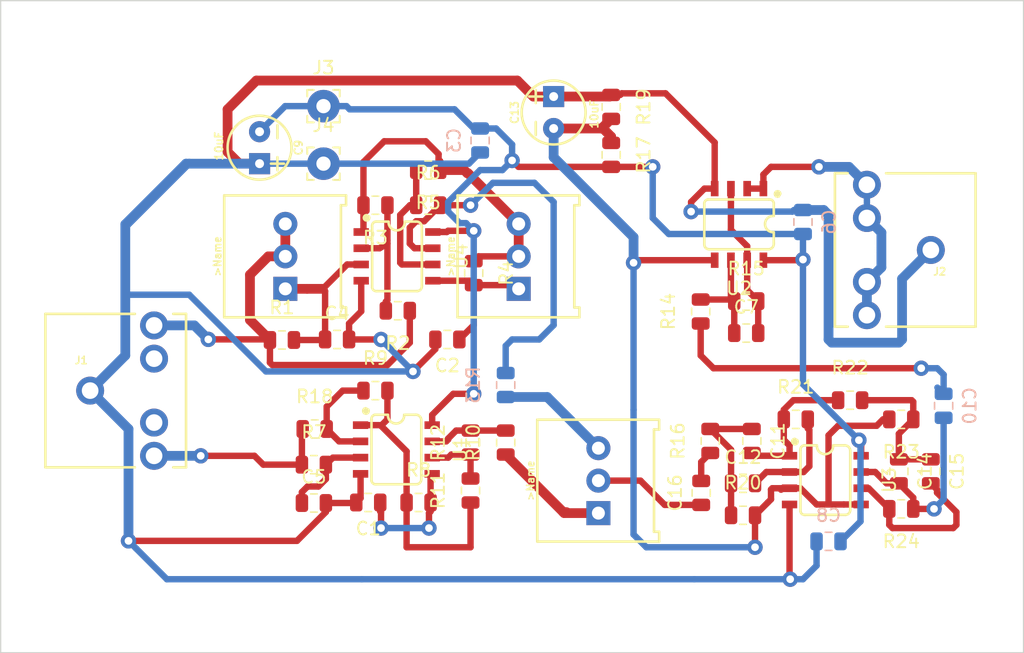
<source format=kicad_pcb>
(kicad_pcb (version 20171130) (host pcbnew "(5.1.5)-3")

  (general
    (thickness 1.6)
    (drawings 4)
    (tracks 399)
    (zones 0)
    (modules 51)
    (nets 32)
  )

  (page A4)
  (layers
    (0 Top signal)
    (31 Bottom signal)
    (32 B.Adhes user)
    (33 F.Adhes user)
    (34 B.Paste user)
    (35 F.Paste user)
    (36 B.SilkS user)
    (37 F.SilkS user)
    (38 B.Mask user)
    (39 F.Mask user)
    (40 Dwgs.User user)
    (41 Cmts.User user)
    (42 Eco1.User user)
    (43 Eco2.User user)
    (44 Edge.Cuts user)
    (45 Margin user)
    (46 B.CrtYd user)
    (47 F.CrtYd user)
    (48 B.Fab user)
    (49 F.Fab user)
  )

  (setup
    (last_trace_width 0.25)
    (user_trace_width 0.5)
    (user_trace_width 0.762)
    (trace_clearance 0.1524)
    (zone_clearance 0.508)
    (zone_45_only no)
    (trace_min 0.2)
    (via_size 0.8)
    (via_drill 0.4)
    (via_min_size 0.4)
    (via_min_drill 0.3)
    (user_via 1.2 0.6)
    (uvia_size 0.3)
    (uvia_drill 0.1)
    (uvias_allowed no)
    (uvia_min_size 0.2)
    (uvia_min_drill 0.1)
    (edge_width 0.05)
    (segment_width 0.2)
    (pcb_text_width 0.3)
    (pcb_text_size 1.5 1.5)
    (mod_edge_width 0.12)
    (mod_text_size 1 1)
    (mod_text_width 0.15)
    (pad_size 1.524 1.524)
    (pad_drill 0.762)
    (pad_to_mask_clearance 0.051)
    (solder_mask_min_width 0.25)
    (aux_axis_origin 0 0)
    (visible_elements 7FFFFFFF)
    (pcbplotparams
      (layerselection 0x010fc_ffffffff)
      (usegerberextensions false)
      (usegerberattributes false)
      (usegerberadvancedattributes false)
      (creategerberjobfile false)
      (excludeedgelayer true)
      (linewidth 0.100000)
      (plotframeref false)
      (viasonmask false)
      (mode 1)
      (useauxorigin false)
      (hpglpennumber 1)
      (hpglpenspeed 20)
      (hpglpendiameter 15.000000)
      (psnegative false)
      (psa4output false)
      (plotreference true)
      (plotvalue true)
      (plotinvisibletext false)
      (padsonsilk false)
      (subtractmaskfromsilk false)
      (outputformat 1)
      (mirror false)
      (drillshape 1)
      (scaleselection 1)
      (outputdirectory ""))
  )

  (net 0 "")
  (net 1 GND)
  (net 2 "Net-(J1-PadRING)")
  (net 3 "Net-(C4-Pad1)")
  (net 4 "Net-(R3-Pad2)")
  (net 5 "Net-(C2-Pad1)")
  (net 6 "Net-(R13-Pad2)")
  (net 7 "Net-(C10-Pad1)")
  (net 8 "Net-(R10-Pad1)")
  (net 9 "Net-(R18-Pad2)")
  (net 10 "Net-(J1-PadTIP)")
  (net 11 "Net-(R11-Pad1)")
  (net 12 "Net-(R11-Pad2)")
  (net 13 "Net-(R10-Pad2)")
  (net 14 "Net-(C5-Pad1)")
  (net 15 "Net-(C1-Pad1)")
  (net 16 "Net-(R13-Pad1)")
  (net 17 "Net-(R2-Pad2)")
  (net 18 "Net-(R5-Pad2)")
  (net 19 "Net-(C7-Pad1)")
  (net 20 "Net-(C10-Pad2)")
  (net 21 "Net-(C7-Pad2)")
  (net 22 "Net-(J2-PadRING)")
  (net 23 "Net-(C11-Pad2)")
  (net 24 "Net-(C11-Pad1)")
  (net 25 "Net-(C12-Pad2)")
  (net 26 "Net-(C14-Pad1)")
  (net 27 "Net-(C15-Pad2)")
  (net 28 "Net-(C16-Pad2)")
  (net 29 "Net-(C16-Pad1)")
  (net 30 +6V)
  (net 31 +12V)

  (net_class Default "This is the default net class."
    (clearance 0.1524)
    (trace_width 0.25)
    (via_dia 0.8)
    (via_drill 0.4)
    (uvia_dia 0.3)
    (uvia_drill 0.1)
    (add_net +12V)
    (add_net +6V)
    (add_net GND)
    (add_net "Net-(C1-Pad1)")
    (add_net "Net-(C10-Pad1)")
    (add_net "Net-(C10-Pad2)")
    (add_net "Net-(C11-Pad1)")
    (add_net "Net-(C11-Pad2)")
    (add_net "Net-(C12-Pad2)")
    (add_net "Net-(C14-Pad1)")
    (add_net "Net-(C15-Pad2)")
    (add_net "Net-(C16-Pad1)")
    (add_net "Net-(C16-Pad2)")
    (add_net "Net-(C2-Pad1)")
    (add_net "Net-(C4-Pad1)")
    (add_net "Net-(C5-Pad1)")
    (add_net "Net-(C7-Pad1)")
    (add_net "Net-(C7-Pad2)")
    (add_net "Net-(J1-PadRING)")
    (add_net "Net-(J1-PadRSH)")
    (add_net "Net-(J1-PadTIP)")
    (add_net "Net-(J1-PadTSH)")
    (add_net "Net-(J2-PadRING)")
    (add_net "Net-(R10-Pad1)")
    (add_net "Net-(R10-Pad2)")
    (add_net "Net-(R11-Pad1)")
    (add_net "Net-(R11-Pad2)")
    (add_net "Net-(R13-Pad1)")
    (add_net "Net-(R13-Pad2)")
    (add_net "Net-(R18-Pad2)")
    (add_net "Net-(R2-Pad2)")
    (add_net "Net-(R3-Pad2)")
    (add_net "Net-(R5-Pad2)")
  )

  (module "Xenir:Resistor 0805" (layer Top) (tedit 5E9C474B) (tstamp 5E9E7470)
    (at 105.96 122.0625 90)
    (path /117AC6CD)
    (fp_text reference R11 (at 0 0 90) (layer F.SilkS)
      (effects (font (size 1 1) (thickness 0.15)))
    )
    (fp_text value 10k (at 0 -1.27 90) (layer F.Fab)
      (effects (font (size 1 1) (thickness 0.15)))
    )
    (fp_text user %R (at 0 2.54 90) (layer F.Fab)
      (effects (font (size 0.5 0.5) (thickness 0.08)))
    )
    (fp_line (start 1 3.14) (end -1 3.14) (layer F.Fab) (width 0.1))
    (fp_line (start -1 1.94) (end 1 1.94) (layer F.Fab) (width 0.1))
    (fp_line (start -0.258578 1.83) (end 0.258578 1.83) (layer F.SilkS) (width 0.12))
    (fp_line (start -1.68 1.59) (end 1.68 1.59) (layer F.CrtYd) (width 0.05))
    (fp_line (start -1 3.14) (end -1 1.94) (layer F.Fab) (width 0.1))
    (fp_line (start -1.68 3.49) (end -1.68 1.59) (layer F.CrtYd) (width 0.05))
    (fp_line (start 1 1.94) (end 1 3.14) (layer F.Fab) (width 0.1))
    (fp_line (start 1.68 1.59) (end 1.68 3.49) (layer F.CrtYd) (width 0.05))
    (fp_line (start 1.68 3.49) (end -1.68 3.49) (layer F.CrtYd) (width 0.05))
    (fp_line (start -0.258578 3.25) (end 0.258578 3.25) (layer F.SilkS) (width 0.12))
    (pad 2 smd roundrect (at 0.9375 2.54 90) (size 0.975 1.4) (layers Top F.Paste F.Mask) (roundrect_rratio 0.25)
      (net 12 "Net-(R11-Pad2)"))
    (pad 1 smd roundrect (at -0.9375 2.54 90) (size 0.975 1.4) (layers Top F.Paste F.Mask) (roundrect_rratio 0.25)
      (net 11 "Net-(R11-Pad1)"))
  )

  (module "Xenir:Resistor 0805" (layer Top) (tedit 5E9C474B) (tstamp 5EAA59CE)
    (at 142.1875 126.04 180)
    (path /5EB5CA91)
    (fp_text reference R24 (at 0 0) (layer F.SilkS)
      (effects (font (size 1 1) (thickness 0.15)))
    )
    (fp_text value 220k (at 0 -1.27) (layer F.Fab)
      (effects (font (size 1 1) (thickness 0.15)))
    )
    (fp_text user %R (at 0 2.54) (layer F.Fab)
      (effects (font (size 0.5 0.5) (thickness 0.08)))
    )
    (fp_line (start 1 3.14) (end -1 3.14) (layer F.Fab) (width 0.1))
    (fp_line (start -1 1.94) (end 1 1.94) (layer F.Fab) (width 0.1))
    (fp_line (start -0.258578 1.83) (end 0.258578 1.83) (layer F.SilkS) (width 0.12))
    (fp_line (start -1.68 1.59) (end 1.68 1.59) (layer F.CrtYd) (width 0.05))
    (fp_line (start -1 3.14) (end -1 1.94) (layer F.Fab) (width 0.1))
    (fp_line (start -1.68 3.49) (end -1.68 1.59) (layer F.CrtYd) (width 0.05))
    (fp_line (start 1 1.94) (end 1 3.14) (layer F.Fab) (width 0.1))
    (fp_line (start 1.68 1.59) (end 1.68 3.49) (layer F.CrtYd) (width 0.05))
    (fp_line (start 1.68 3.49) (end -1.68 3.49) (layer F.CrtYd) (width 0.05))
    (fp_line (start -0.258578 3.25) (end 0.258578 3.25) (layer F.SilkS) (width 0.12))
    (pad 2 smd roundrect (at 0.9375 2.54 180) (size 0.975 1.4) (layers Top F.Paste F.Mask) (roundrect_rratio 0.25)
      (net 27 "Net-(C15-Pad2)"))
    (pad 1 smd roundrect (at -0.9375 2.54 180) (size 0.975 1.4) (layers Top F.Paste F.Mask) (roundrect_rratio 0.25)
      (net 7 "Net-(C10-Pad1)"))
  )

  (module "Xenir:Resistor 0805" (layer Top) (tedit 5E9C474B) (tstamp 5EAA59C4)
    (at 142.1875 119.04 180)
    (path /5EB5CA97)
    (fp_text reference R23 (at 0 0) (layer F.SilkS)
      (effects (font (size 1 1) (thickness 0.15)))
    )
    (fp_text value 150k (at 0 -1.27) (layer F.Fab)
      (effects (font (size 1 1) (thickness 0.15)))
    )
    (fp_text user %R (at 0 2.54) (layer F.Fab)
      (effects (font (size 0.5 0.5) (thickness 0.08)))
    )
    (fp_line (start 1 3.14) (end -1 3.14) (layer F.Fab) (width 0.1))
    (fp_line (start -1 1.94) (end 1 1.94) (layer F.Fab) (width 0.1))
    (fp_line (start -0.258578 1.83) (end 0.258578 1.83) (layer F.SilkS) (width 0.12))
    (fp_line (start -1.68 1.59) (end 1.68 1.59) (layer F.CrtYd) (width 0.05))
    (fp_line (start -1 3.14) (end -1 1.94) (layer F.Fab) (width 0.1))
    (fp_line (start -1.68 3.49) (end -1.68 1.59) (layer F.CrtYd) (width 0.05))
    (fp_line (start 1 1.94) (end 1 3.14) (layer F.Fab) (width 0.1))
    (fp_line (start 1.68 1.59) (end 1.68 3.49) (layer F.CrtYd) (width 0.05))
    (fp_line (start 1.68 3.49) (end -1.68 3.49) (layer F.CrtYd) (width 0.05))
    (fp_line (start -0.258578 3.25) (end 0.258578 3.25) (layer F.SilkS) (width 0.12))
    (pad 2 smd roundrect (at 0.9375 2.54 180) (size 0.975 1.4) (layers Top F.Paste F.Mask) (roundrect_rratio 0.25)
      (net 30 +6V))
    (pad 1 smd roundrect (at -0.9375 2.54 180) (size 0.975 1.4) (layers Top F.Paste F.Mask) (roundrect_rratio 0.25)
      (net 26 "Net-(C14-Pad1)"))
  )

  (module "Xenir:Resistor 0805" (layer Top) (tedit 5E9C474B) (tstamp 5EAA59BA)
    (at 138.1875 112.46)
    (path /5EB5CA7F)
    (fp_text reference R22 (at 0 0) (layer F.SilkS)
      (effects (font (size 1 1) (thickness 0.15)))
    )
    (fp_text value 68k (at 0 -1.27) (layer F.Fab)
      (effects (font (size 1 1) (thickness 0.15)))
    )
    (fp_text user %R (at 0 2.54) (layer F.Fab)
      (effects (font (size 0.5 0.5) (thickness 0.08)))
    )
    (fp_line (start 1 3.14) (end -1 3.14) (layer F.Fab) (width 0.1))
    (fp_line (start -1 1.94) (end 1 1.94) (layer F.Fab) (width 0.1))
    (fp_line (start -0.258578 1.83) (end 0.258578 1.83) (layer F.SilkS) (width 0.12))
    (fp_line (start -1.68 1.59) (end 1.68 1.59) (layer F.CrtYd) (width 0.05))
    (fp_line (start -1 3.14) (end -1 1.94) (layer F.Fab) (width 0.1))
    (fp_line (start -1.68 3.49) (end -1.68 1.59) (layer F.CrtYd) (width 0.05))
    (fp_line (start 1 1.94) (end 1 3.14) (layer F.Fab) (width 0.1))
    (fp_line (start 1.68 1.59) (end 1.68 3.49) (layer F.CrtYd) (width 0.05))
    (fp_line (start 1.68 3.49) (end -1.68 3.49) (layer F.CrtYd) (width 0.05))
    (fp_line (start -0.258578 3.25) (end 0.258578 3.25) (layer F.SilkS) (width 0.12))
    (pad 2 smd roundrect (at 0.9375 2.54) (size 0.975 1.4) (layers Top F.Paste F.Mask) (roundrect_rratio 0.25)
      (net 26 "Net-(C14-Pad1)"))
    (pad 1 smd roundrect (at -0.9375 2.54) (size 0.975 1.4) (layers Top F.Paste F.Mask) (roundrect_rratio 0.25)
      (net 23 "Net-(C11-Pad2)"))
  )

  (module "Xenir:Resistor 0805" (layer Top) (tedit 5E9C474B) (tstamp 5EAA59B0)
    (at 133.9375 113.96)
    (path /5EB2BCEA)
    (fp_text reference R21 (at 0 0) (layer F.SilkS)
      (effects (font (size 1 1) (thickness 0.15)))
    )
    (fp_text value 100k (at 0 -1.27) (layer F.Fab)
      (effects (font (size 1 1) (thickness 0.15)))
    )
    (fp_text user %R (at 0 2.54) (layer F.Fab)
      (effects (font (size 0.5 0.5) (thickness 0.08)))
    )
    (fp_line (start 1 3.14) (end -1 3.14) (layer F.Fab) (width 0.1))
    (fp_line (start -1 1.94) (end 1 1.94) (layer F.Fab) (width 0.1))
    (fp_line (start -0.258578 1.83) (end 0.258578 1.83) (layer F.SilkS) (width 0.12))
    (fp_line (start -1.68 1.59) (end 1.68 1.59) (layer F.CrtYd) (width 0.05))
    (fp_line (start -1 3.14) (end -1 1.94) (layer F.Fab) (width 0.1))
    (fp_line (start -1.68 3.49) (end -1.68 1.59) (layer F.CrtYd) (width 0.05))
    (fp_line (start 1 1.94) (end 1 3.14) (layer F.Fab) (width 0.1))
    (fp_line (start 1.68 1.59) (end 1.68 3.49) (layer F.CrtYd) (width 0.05))
    (fp_line (start 1.68 3.49) (end -1.68 3.49) (layer F.CrtYd) (width 0.05))
    (fp_line (start -0.258578 3.25) (end 0.258578 3.25) (layer F.SilkS) (width 0.12))
    (pad 2 smd roundrect (at 0.9375 2.54) (size 0.975 1.4) (layers Top F.Paste F.Mask) (roundrect_rratio 0.25)
      (net 25 "Net-(C12-Pad2)"))
    (pad 1 smd roundrect (at -0.9375 2.54) (size 0.975 1.4) (layers Top F.Paste F.Mask) (roundrect_rratio 0.25)
      (net 23 "Net-(C11-Pad2)"))
  )

  (module "Xenir:Resistor 0805" (layer Top) (tedit 5E9C474B) (tstamp 5EAA59A6)
    (at 129.8125 121.46)
    (path /5EB2DE10)
    (fp_text reference R20 (at 0 0) (layer F.SilkS)
      (effects (font (size 1 1) (thickness 0.15)))
    )
    (fp_text value 68k (at 0 -1.27) (layer F.Fab)
      (effects (font (size 1 1) (thickness 0.15)))
    )
    (fp_text user %R (at 0 2.54) (layer F.Fab)
      (effects (font (size 0.5 0.5) (thickness 0.08)))
    )
    (fp_line (start 1 3.14) (end -1 3.14) (layer F.Fab) (width 0.1))
    (fp_line (start -1 1.94) (end 1 1.94) (layer F.Fab) (width 0.1))
    (fp_line (start -0.258578 1.83) (end 0.258578 1.83) (layer F.SilkS) (width 0.12))
    (fp_line (start -1.68 1.59) (end 1.68 1.59) (layer F.CrtYd) (width 0.05))
    (fp_line (start -1 3.14) (end -1 1.94) (layer F.Fab) (width 0.1))
    (fp_line (start -1.68 3.49) (end -1.68 1.59) (layer F.CrtYd) (width 0.05))
    (fp_line (start 1 1.94) (end 1 3.14) (layer F.Fab) (width 0.1))
    (fp_line (start 1.68 1.59) (end 1.68 3.49) (layer F.CrtYd) (width 0.05))
    (fp_line (start 1.68 3.49) (end -1.68 3.49) (layer F.CrtYd) (width 0.05))
    (fp_line (start -0.258578 3.25) (end 0.258578 3.25) (layer F.SilkS) (width 0.12))
    (pad 2 smd roundrect (at 0.9375 2.54) (size 0.975 1.4) (layers Top F.Paste F.Mask) (roundrect_rratio 0.25)
      (net 30 +6V))
    (pad 1 smd roundrect (at -0.9375 2.54) (size 0.975 1.4) (layers Top F.Paste F.Mask) (roundrect_rratio 0.25)
      (net 24 "Net-(C11-Pad1)"))
  )

  (module "Xenir:Resistor 0805" (layer Top) (tedit 5E9C474B) (tstamp 5E9E75BA)
    (at 122.04 92.0625 270)
    (path /74426261)
    (fp_text reference R19 (at 0 0 90) (layer F.SilkS)
      (effects (font (size 1 1) (thickness 0.15)))
    )
    (fp_text value 10k (at 0 -1.27 90) (layer F.Fab)
      (effects (font (size 1 1) (thickness 0.15)))
    )
    (fp_text user %R (at 0 2.54 90) (layer F.Fab)
      (effects (font (size 0.5 0.5) (thickness 0.08)))
    )
    (fp_line (start 1 3.14) (end -1 3.14) (layer F.Fab) (width 0.1))
    (fp_line (start -1 1.94) (end 1 1.94) (layer F.Fab) (width 0.1))
    (fp_line (start -0.258578 1.83) (end 0.258578 1.83) (layer F.SilkS) (width 0.12))
    (fp_line (start -1.68 1.59) (end 1.68 1.59) (layer F.CrtYd) (width 0.05))
    (fp_line (start -1 3.14) (end -1 1.94) (layer F.Fab) (width 0.1))
    (fp_line (start -1.68 3.49) (end -1.68 1.59) (layer F.CrtYd) (width 0.05))
    (fp_line (start 1 1.94) (end 1 3.14) (layer F.Fab) (width 0.1))
    (fp_line (start 1.68 1.59) (end 1.68 3.49) (layer F.CrtYd) (width 0.05))
    (fp_line (start 1.68 3.49) (end -1.68 3.49) (layer F.CrtYd) (width 0.05))
    (fp_line (start -0.258578 3.25) (end 0.258578 3.25) (layer F.SilkS) (width 0.12))
    (pad 2 smd roundrect (at 0.9375 2.54 270) (size 0.975 1.4) (layers Top F.Paste F.Mask) (roundrect_rratio 0.25)
      (net 30 +6V))
    (pad 1 smd roundrect (at -0.9375 2.54 270) (size 0.975 1.4) (layers Top F.Paste F.Mask) (roundrect_rratio 0.25)
      (net 1 GND))
  )

  (module "Xenir:Resistor 0805" (layer Top) (tedit 5E9C474B) (tstamp 5E9E745E)
    (at 96.3125 114.71)
    (path /1AC82AE2)
    (fp_text reference R18 (at 0 0) (layer F.SilkS)
      (effects (font (size 1 1) (thickness 0.15)))
    )
    (fp_text value 10k (at 0 -1.27) (layer F.Fab)
      (effects (font (size 1 1) (thickness 0.15)))
    )
    (fp_text user %R (at 0 2.54) (layer F.Fab)
      (effects (font (size 0.5 0.5) (thickness 0.08)))
    )
    (fp_line (start 1 3.14) (end -1 3.14) (layer F.Fab) (width 0.1))
    (fp_line (start -1 1.94) (end 1 1.94) (layer F.Fab) (width 0.1))
    (fp_line (start -0.258578 1.83) (end 0.258578 1.83) (layer F.SilkS) (width 0.12))
    (fp_line (start -1.68 1.59) (end 1.68 1.59) (layer F.CrtYd) (width 0.05))
    (fp_line (start -1 3.14) (end -1 1.94) (layer F.Fab) (width 0.1))
    (fp_line (start -1.68 3.49) (end -1.68 1.59) (layer F.CrtYd) (width 0.05))
    (fp_line (start 1 1.94) (end 1 3.14) (layer F.Fab) (width 0.1))
    (fp_line (start 1.68 1.59) (end 1.68 3.49) (layer F.CrtYd) (width 0.05))
    (fp_line (start 1.68 3.49) (end -1.68 3.49) (layer F.CrtYd) (width 0.05))
    (fp_line (start -0.258578 3.25) (end 0.258578 3.25) (layer F.SilkS) (width 0.12))
    (pad 2 smd roundrect (at 0.9375 2.54) (size 0.975 1.4) (layers Top F.Paste F.Mask) (roundrect_rratio 0.25)
      (net 9 "Net-(R18-Pad2)"))
    (pad 1 smd roundrect (at -0.9375 2.54) (size 0.975 1.4) (layers Top F.Paste F.Mask) (roundrect_rratio 0.25)
      (net 10 "Net-(J1-PadTIP)"))
  )

  (module "Xenir:Resistor 0805" (layer Top) (tedit 5E9C474B) (tstamp 5E9E75B1)
    (at 122.04 95.8125 270)
    (path /AC3F9421)
    (fp_text reference R17 (at 0 0 90) (layer F.SilkS)
      (effects (font (size 1 1) (thickness 0.15)))
    )
    (fp_text value 10k (at 0 -1.27 90) (layer F.Fab)
      (effects (font (size 1 1) (thickness 0.15)))
    )
    (fp_text user %R (at 0 2.54 90) (layer F.Fab)
      (effects (font (size 0.5 0.5) (thickness 0.08)))
    )
    (fp_line (start 1 3.14) (end -1 3.14) (layer F.Fab) (width 0.1))
    (fp_line (start -1 1.94) (end 1 1.94) (layer F.Fab) (width 0.1))
    (fp_line (start -0.258578 1.83) (end 0.258578 1.83) (layer F.SilkS) (width 0.12))
    (fp_line (start -1.68 1.59) (end 1.68 1.59) (layer F.CrtYd) (width 0.05))
    (fp_line (start -1 3.14) (end -1 1.94) (layer F.Fab) (width 0.1))
    (fp_line (start -1.68 3.49) (end -1.68 1.59) (layer F.CrtYd) (width 0.05))
    (fp_line (start 1 1.94) (end 1 3.14) (layer F.Fab) (width 0.1))
    (fp_line (start 1.68 1.59) (end 1.68 3.49) (layer F.CrtYd) (width 0.05))
    (fp_line (start 1.68 3.49) (end -1.68 3.49) (layer F.CrtYd) (width 0.05))
    (fp_line (start -0.258578 3.25) (end 0.258578 3.25) (layer F.SilkS) (width 0.12))
    (pad 2 smd roundrect (at 0.9375 2.54 270) (size 0.975 1.4) (layers Top F.Paste F.Mask) (roundrect_rratio 0.25)
      (net 31 +12V))
    (pad 1 smd roundrect (at -0.9375 2.54 270) (size 0.975 1.4) (layers Top F.Paste F.Mask) (roundrect_rratio 0.25)
      (net 30 +6V))
  )

  (module "Xenir:Resistor 0805" (layer Top) (tedit 5E9C474B) (tstamp 5EAA5966)
    (at 124.71 118.1875 90)
    (path /5EB2770B)
    (fp_text reference R16 (at 0 0 90) (layer F.SilkS)
      (effects (font (size 1 1) (thickness 0.15)))
    )
    (fp_text value 33k (at 0 -1.27 90) (layer F.Fab)
      (effects (font (size 1 1) (thickness 0.15)))
    )
    (fp_text user %R (at 0 2.54 90) (layer F.Fab)
      (effects (font (size 0.5 0.5) (thickness 0.08)))
    )
    (fp_line (start 1 3.14) (end -1 3.14) (layer F.Fab) (width 0.1))
    (fp_line (start -1 1.94) (end 1 1.94) (layer F.Fab) (width 0.1))
    (fp_line (start -0.258578 1.83) (end 0.258578 1.83) (layer F.SilkS) (width 0.12))
    (fp_line (start -1.68 1.59) (end 1.68 1.59) (layer F.CrtYd) (width 0.05))
    (fp_line (start -1 3.14) (end -1 1.94) (layer F.Fab) (width 0.1))
    (fp_line (start -1.68 3.49) (end -1.68 1.59) (layer F.CrtYd) (width 0.05))
    (fp_line (start 1 1.94) (end 1 3.14) (layer F.Fab) (width 0.1))
    (fp_line (start 1.68 1.59) (end 1.68 3.49) (layer F.CrtYd) (width 0.05))
    (fp_line (start 1.68 3.49) (end -1.68 3.49) (layer F.CrtYd) (width 0.05))
    (fp_line (start -0.258578 3.25) (end 0.258578 3.25) (layer F.SilkS) (width 0.12))
    (pad 2 smd roundrect (at 0.9375 2.54 90) (size 0.975 1.4) (layers Top F.Paste F.Mask) (roundrect_rratio 0.25)
      (net 24 "Net-(C11-Pad1)"))
    (pad 1 smd roundrect (at -0.9375 2.54 90) (size 0.975 1.4) (layers Top F.Paste F.Mask) (roundrect_rratio 0.25)
      (net 28 "Net-(C16-Pad2)"))
  )

  (module "Xenir:Resistor 0805" (layer Top) (tedit 5E9C474B) (tstamp 5E9E758A)
    (at 130.0625 104.71)
    (path /84065902)
    (fp_text reference R15 (at 0 0) (layer F.SilkS)
      (effects (font (size 1 1) (thickness 0.15)))
    )
    (fp_text value 120k (at 0 -1.27) (layer F.Fab)
      (effects (font (size 1 1) (thickness 0.15)))
    )
    (fp_text user %R (at 0 2.54) (layer F.Fab)
      (effects (font (size 0.5 0.5) (thickness 0.08)))
    )
    (fp_line (start 1 3.14) (end -1 3.14) (layer F.Fab) (width 0.1))
    (fp_line (start -1 1.94) (end 1 1.94) (layer F.Fab) (width 0.1))
    (fp_line (start -0.258578 1.83) (end 0.258578 1.83) (layer F.SilkS) (width 0.12))
    (fp_line (start -1.68 1.59) (end 1.68 1.59) (layer F.CrtYd) (width 0.05))
    (fp_line (start -1 3.14) (end -1 1.94) (layer F.Fab) (width 0.1))
    (fp_line (start -1.68 3.49) (end -1.68 1.59) (layer F.CrtYd) (width 0.05))
    (fp_line (start 1 1.94) (end 1 3.14) (layer F.Fab) (width 0.1))
    (fp_line (start 1.68 1.59) (end 1.68 3.49) (layer F.CrtYd) (width 0.05))
    (fp_line (start 1.68 3.49) (end -1.68 3.49) (layer F.CrtYd) (width 0.05))
    (fp_line (start -0.258578 3.25) (end 0.258578 3.25) (layer F.SilkS) (width 0.12))
    (pad 2 smd roundrect (at 0.9375 2.54) (size 0.975 1.4) (layers Top F.Paste F.Mask) (roundrect_rratio 0.25)
      (net 21 "Net-(C7-Pad2)"))
    (pad 1 smd roundrect (at -0.9375 2.54) (size 0.975 1.4) (layers Top F.Paste F.Mask) (roundrect_rratio 0.25)
      (net 19 "Net-(C7-Pad1)"))
  )

  (module "Xenir:Resistor 0805" (layer Top) (tedit 5E9C474B) (tstamp 5E9E7581)
    (at 123.96 108.0625 90)
    (path /DB22EEEA)
    (fp_text reference R14 (at 0 0 90) (layer F.SilkS)
      (effects (font (size 1 1) (thickness 0.15)))
    )
    (fp_text value 1k (at 0 -1.27 90) (layer F.Fab)
      (effects (font (size 1 1) (thickness 0.15)))
    )
    (fp_text user %R (at 0 2.54 90) (layer F.Fab)
      (effects (font (size 0.5 0.5) (thickness 0.08)))
    )
    (fp_line (start 1 3.14) (end -1 3.14) (layer F.Fab) (width 0.1))
    (fp_line (start -1 1.94) (end 1 1.94) (layer F.Fab) (width 0.1))
    (fp_line (start -0.258578 1.83) (end 0.258578 1.83) (layer F.SilkS) (width 0.12))
    (fp_line (start -1.68 1.59) (end 1.68 1.59) (layer F.CrtYd) (width 0.05))
    (fp_line (start -1 3.14) (end -1 1.94) (layer F.Fab) (width 0.1))
    (fp_line (start -1.68 3.49) (end -1.68 1.59) (layer F.CrtYd) (width 0.05))
    (fp_line (start 1 1.94) (end 1 3.14) (layer F.Fab) (width 0.1))
    (fp_line (start 1.68 1.59) (end 1.68 3.49) (layer F.CrtYd) (width 0.05))
    (fp_line (start 1.68 3.49) (end -1.68 3.49) (layer F.CrtYd) (width 0.05))
    (fp_line (start -0.258578 3.25) (end 0.258578 3.25) (layer F.SilkS) (width 0.12))
    (pad 2 smd roundrect (at 0.9375 2.54 90) (size 0.975 1.4) (layers Top F.Paste F.Mask) (roundrect_rratio 0.25)
      (net 19 "Net-(C7-Pad1)"))
    (pad 1 smd roundrect (at -0.9375 2.54 90) (size 0.975 1.4) (layers Top F.Paste F.Mask) (roundrect_rratio 0.25)
      (net 20 "Net-(C10-Pad2)"))
  )

  (module "Xenir:Resistor 0805" (layer Bottom) (tedit 5E9C474B) (tstamp 5E9E74AF)
    (at 108.71 113.8125 270)
    (path /D4B20DCE)
    (fp_text reference R13 (at 0 0 90) (layer B.SilkS)
      (effects (font (size 1 1) (thickness 0.15)) (justify mirror))
    )
    (fp_text value 1k (at 0 1.27 90) (layer B.Fab)
      (effects (font (size 1 1) (thickness 0.15)) (justify mirror))
    )
    (fp_text user %R (at 0 -2.54 90) (layer B.Fab)
      (effects (font (size 0.5 0.5) (thickness 0.08)) (justify mirror))
    )
    (fp_line (start 1 -3.14) (end -1 -3.14) (layer B.Fab) (width 0.1))
    (fp_line (start -1 -1.94) (end 1 -1.94) (layer B.Fab) (width 0.1))
    (fp_line (start -0.258578 -1.83) (end 0.258578 -1.83) (layer B.SilkS) (width 0.12))
    (fp_line (start -1.68 -1.59) (end 1.68 -1.59) (layer B.CrtYd) (width 0.05))
    (fp_line (start -1 -3.14) (end -1 -1.94) (layer B.Fab) (width 0.1))
    (fp_line (start -1.68 -3.49) (end -1.68 -1.59) (layer B.CrtYd) (width 0.05))
    (fp_line (start 1 -1.94) (end 1 -3.14) (layer B.Fab) (width 0.1))
    (fp_line (start 1.68 -1.59) (end 1.68 -3.49) (layer B.CrtYd) (width 0.05))
    (fp_line (start 1.68 -3.49) (end -1.68 -3.49) (layer B.CrtYd) (width 0.05))
    (fp_line (start -0.258578 -3.25) (end 0.258578 -3.25) (layer B.SilkS) (width 0.12))
    (pad 2 smd roundrect (at 0.9375 -2.54 270) (size 0.975 1.4) (layers Bottom B.Paste B.Mask) (roundrect_rratio 0.25)
      (net 6 "Net-(R13-Pad2)"))
    (pad 1 smd roundrect (at -0.9375 -2.54 270) (size 0.975 1.4) (layers Bottom B.Paste B.Mask) (roundrect_rratio 0.25)
      (net 16 "Net-(R13-Pad1)"))
  )

  (module "Xenir:Resistor 0805" (layer Top) (tedit 5E9C474B) (tstamp 5E9E7479)
    (at 105.96 118.3125 90)
    (path /DE24DD86)
    (fp_text reference R12 (at 0 0 90) (layer F.SilkS)
      (effects (font (size 1 1) (thickness 0.15)))
    )
    (fp_text value 10k (at 0 -1.27 90) (layer F.Fab)
      (effects (font (size 1 1) (thickness 0.15)))
    )
    (fp_text user %R (at 0 2.54 90) (layer F.Fab)
      (effects (font (size 0.5 0.5) (thickness 0.08)))
    )
    (fp_line (start 1 3.14) (end -1 3.14) (layer F.Fab) (width 0.1))
    (fp_line (start -1 1.94) (end 1 1.94) (layer F.Fab) (width 0.1))
    (fp_line (start -0.258578 1.83) (end 0.258578 1.83) (layer F.SilkS) (width 0.12))
    (fp_line (start -1.68 1.59) (end 1.68 1.59) (layer F.CrtYd) (width 0.05))
    (fp_line (start -1 3.14) (end -1 1.94) (layer F.Fab) (width 0.1))
    (fp_line (start -1.68 3.49) (end -1.68 1.59) (layer F.CrtYd) (width 0.05))
    (fp_line (start 1 1.94) (end 1 3.14) (layer F.Fab) (width 0.1))
    (fp_line (start 1.68 1.59) (end 1.68 3.49) (layer F.CrtYd) (width 0.05))
    (fp_line (start 1.68 3.49) (end -1.68 3.49) (layer F.CrtYd) (width 0.05))
    (fp_line (start -0.258578 3.25) (end 0.258578 3.25) (layer F.SilkS) (width 0.12))
    (pad 2 smd roundrect (at 0.9375 2.54 90) (size 0.975 1.4) (layers Top F.Paste F.Mask) (roundrect_rratio 0.25)
      (net 13 "Net-(R10-Pad2)"))
    (pad 1 smd roundrect (at -0.9375 2.54 90) (size 0.975 1.4) (layers Top F.Paste F.Mask) (roundrect_rratio 0.25)
      (net 12 "Net-(R11-Pad2)"))
  )

  (module "Xenir:Resistor 0805" (layer Top) (tedit 5E9C474B) (tstamp 5E9E74A6)
    (at 108.71 118.3125 90)
    (path /4285394A)
    (fp_text reference R10 (at 0 0 90) (layer F.SilkS)
      (effects (font (size 1 1) (thickness 0.15)))
    )
    (fp_text value 1k (at 0 -1.27 90) (layer F.Fab)
      (effects (font (size 1 1) (thickness 0.15)))
    )
    (fp_text user %R (at 0 2.54 90) (layer F.Fab)
      (effects (font (size 0.5 0.5) (thickness 0.08)))
    )
    (fp_line (start 1 3.14) (end -1 3.14) (layer F.Fab) (width 0.1))
    (fp_line (start -1 1.94) (end 1 1.94) (layer F.Fab) (width 0.1))
    (fp_line (start -0.258578 1.83) (end 0.258578 1.83) (layer F.SilkS) (width 0.12))
    (fp_line (start -1.68 1.59) (end 1.68 1.59) (layer F.CrtYd) (width 0.05))
    (fp_line (start -1 3.14) (end -1 1.94) (layer F.Fab) (width 0.1))
    (fp_line (start -1.68 3.49) (end -1.68 1.59) (layer F.CrtYd) (width 0.05))
    (fp_line (start 1 1.94) (end 1 3.14) (layer F.Fab) (width 0.1))
    (fp_line (start 1.68 1.59) (end 1.68 3.49) (layer F.CrtYd) (width 0.05))
    (fp_line (start 1.68 3.49) (end -1.68 3.49) (layer F.CrtYd) (width 0.05))
    (fp_line (start -0.258578 3.25) (end 0.258578 3.25) (layer F.SilkS) (width 0.12))
    (pad 2 smd roundrect (at 0.9375 2.54 90) (size 0.975 1.4) (layers Top F.Paste F.Mask) (roundrect_rratio 0.25)
      (net 13 "Net-(R10-Pad2)"))
    (pad 1 smd roundrect (at -0.9375 2.54 90) (size 0.975 1.4) (layers Top F.Paste F.Mask) (roundrect_rratio 0.25)
      (net 8 "Net-(R10-Pad1)"))
  )

  (module "Xenir:Resistor 0805" (layer Top) (tedit 5E9C474B) (tstamp 5E9E7467)
    (at 101.0625 111.71)
    (path /0519A9DB)
    (fp_text reference R9 (at 0 0) (layer F.SilkS)
      (effects (font (size 1 1) (thickness 0.15)))
    )
    (fp_text value 10k (at 0 -1.27) (layer F.Fab)
      (effects (font (size 1 1) (thickness 0.15)))
    )
    (fp_text user %R (at 0 2.54) (layer F.Fab)
      (effects (font (size 0.5 0.5) (thickness 0.08)))
    )
    (fp_line (start 1 3.14) (end -1 3.14) (layer F.Fab) (width 0.1))
    (fp_line (start -1 1.94) (end 1 1.94) (layer F.Fab) (width 0.1))
    (fp_line (start -0.258578 1.83) (end 0.258578 1.83) (layer F.SilkS) (width 0.12))
    (fp_line (start -1.68 1.59) (end 1.68 1.59) (layer F.CrtYd) (width 0.05))
    (fp_line (start -1 3.14) (end -1 1.94) (layer F.Fab) (width 0.1))
    (fp_line (start -1.68 3.49) (end -1.68 1.59) (layer F.CrtYd) (width 0.05))
    (fp_line (start 1 1.94) (end 1 3.14) (layer F.Fab) (width 0.1))
    (fp_line (start 1.68 1.59) (end 1.68 3.49) (layer F.CrtYd) (width 0.05))
    (fp_line (start 1.68 3.49) (end -1.68 3.49) (layer F.CrtYd) (width 0.05))
    (fp_line (start -0.258578 3.25) (end 0.258578 3.25) (layer F.SilkS) (width 0.12))
    (pad 2 smd roundrect (at 0.9375 2.54) (size 0.975 1.4) (layers Top F.Paste F.Mask) (roundrect_rratio 0.25)
      (net 11 "Net-(R11-Pad1)"))
    (pad 1 smd roundrect (at -0.9375 2.54) (size 0.975 1.4) (layers Top F.Paste F.Mask) (roundrect_rratio 0.25)
      (net 9 "Net-(R18-Pad2)"))
  )

  (module "Xenir:Resistor 0805" (layer Top) (tedit 5E9C474B) (tstamp 5E9E749D)
    (at 104.4375 120.46)
    (path /09523556)
    (fp_text reference R8 (at 0 0) (layer F.SilkS)
      (effects (font (size 1 1) (thickness 0.15)))
    )
    (fp_text value 28k (at 0 -1.27) (layer F.Fab)
      (effects (font (size 1 1) (thickness 0.15)))
    )
    (fp_text user %R (at 0 2.54) (layer F.Fab)
      (effects (font (size 0.5 0.5) (thickness 0.08)))
    )
    (fp_line (start 1 3.14) (end -1 3.14) (layer F.Fab) (width 0.1))
    (fp_line (start -1 1.94) (end 1 1.94) (layer F.Fab) (width 0.1))
    (fp_line (start -0.258578 1.83) (end 0.258578 1.83) (layer F.SilkS) (width 0.12))
    (fp_line (start -1.68 1.59) (end 1.68 1.59) (layer F.CrtYd) (width 0.05))
    (fp_line (start -1 3.14) (end -1 1.94) (layer F.Fab) (width 0.1))
    (fp_line (start -1.68 3.49) (end -1.68 1.59) (layer F.CrtYd) (width 0.05))
    (fp_line (start 1 1.94) (end 1 3.14) (layer F.Fab) (width 0.1))
    (fp_line (start 1.68 1.59) (end 1.68 3.49) (layer F.CrtYd) (width 0.05))
    (fp_line (start 1.68 3.49) (end -1.68 3.49) (layer F.CrtYd) (width 0.05))
    (fp_line (start -0.258578 3.25) (end 0.258578 3.25) (layer F.SilkS) (width 0.12))
    (pad 2 smd roundrect (at 0.9375 2.54) (size 0.975 1.4) (layers Top F.Paste F.Mask) (roundrect_rratio 0.25)
      (net 15 "Net-(C1-Pad1)"))
    (pad 1 smd roundrect (at -0.9375 2.54) (size 0.975 1.4) (layers Top F.Paste F.Mask) (roundrect_rratio 0.25)
      (net 11 "Net-(R11-Pad1)"))
  )

  (module "Xenir:Resistor 0805" (layer Top) (tedit 5E9C474B) (tstamp 5E9E7482)
    (at 96.25 117.5)
    (path /DC3A76EB)
    (fp_text reference R7 (at 0 0) (layer F.SilkS)
      (effects (font (size 1 1) (thickness 0.15)))
    )
    (fp_text value 2.32k (at 0 -1.27) (layer F.Fab)
      (effects (font (size 1 1) (thickness 0.15)))
    )
    (fp_text user %R (at 0 2.54) (layer F.Fab)
      (effects (font (size 0.5 0.5) (thickness 0.08)))
    )
    (fp_line (start 1 3.14) (end -1 3.14) (layer F.Fab) (width 0.1))
    (fp_line (start -1 1.94) (end 1 1.94) (layer F.Fab) (width 0.1))
    (fp_line (start -0.258578 1.83) (end 0.258578 1.83) (layer F.SilkS) (width 0.12))
    (fp_line (start -1.68 1.59) (end 1.68 1.59) (layer F.CrtYd) (width 0.05))
    (fp_line (start -1 3.14) (end -1 1.94) (layer F.Fab) (width 0.1))
    (fp_line (start -1.68 3.49) (end -1.68 1.59) (layer F.CrtYd) (width 0.05))
    (fp_line (start 1 1.94) (end 1 3.14) (layer F.Fab) (width 0.1))
    (fp_line (start 1.68 1.59) (end 1.68 3.49) (layer F.CrtYd) (width 0.05))
    (fp_line (start 1.68 3.49) (end -1.68 3.49) (layer F.CrtYd) (width 0.05))
    (fp_line (start -0.258578 3.25) (end 0.258578 3.25) (layer F.SilkS) (width 0.12))
    (pad 2 smd roundrect (at 0.9375 2.54) (size 0.975 1.4) (layers Top F.Paste F.Mask) (roundrect_rratio 0.25)
      (net 14 "Net-(C5-Pad1)"))
    (pad 1 smd roundrect (at -0.9375 2.54) (size 0.975 1.4) (layers Top F.Paste F.Mask) (roundrect_rratio 0.25)
      (net 10 "Net-(J1-PadTIP)"))
  )

  (module "Xenir:Resistor 0805" (layer Top) (tedit 5E9C474B) (tstamp 5E9E74E5)
    (at 105.1875 97.21)
    (path /37A1474B)
    (fp_text reference R6 (at 0 0) (layer F.SilkS)
      (effects (font (size 1 1) (thickness 0.15)))
    )
    (fp_text value 3.3k (at 0 -1.27) (layer F.Fab)
      (effects (font (size 1 1) (thickness 0.15)))
    )
    (fp_text user %R (at 0 2.54) (layer F.Fab)
      (effects (font (size 0.5 0.5) (thickness 0.08)))
    )
    (fp_line (start 1 3.14) (end -1 3.14) (layer F.Fab) (width 0.1))
    (fp_line (start -1 1.94) (end 1 1.94) (layer F.Fab) (width 0.1))
    (fp_line (start -0.258578 1.83) (end 0.258578 1.83) (layer F.SilkS) (width 0.12))
    (fp_line (start -1.68 1.59) (end 1.68 1.59) (layer F.CrtYd) (width 0.05))
    (fp_line (start -1 3.14) (end -1 1.94) (layer F.Fab) (width 0.1))
    (fp_line (start -1.68 3.49) (end -1.68 1.59) (layer F.CrtYd) (width 0.05))
    (fp_line (start 1 1.94) (end 1 3.14) (layer F.Fab) (width 0.1))
    (fp_line (start 1.68 1.59) (end 1.68 3.49) (layer F.CrtYd) (width 0.05))
    (fp_line (start 1.68 3.49) (end -1.68 3.49) (layer F.CrtYd) (width 0.05))
    (fp_line (start -0.258578 3.25) (end 0.258578 3.25) (layer F.SilkS) (width 0.12))
    (pad 2 smd roundrect (at 0.9375 2.54) (size 0.975 1.4) (layers Top F.Paste F.Mask) (roundrect_rratio 0.25)
      (net 16 "Net-(R13-Pad1)"))
    (pad 1 smd roundrect (at -0.9375 2.54) (size 0.975 1.4) (layers Top F.Paste F.Mask) (roundrect_rratio 0.25)
      (net 18 "Net-(R5-Pad2)"))
  )

  (module "Xenir:Resistor 0805" (layer Top) (tedit 5E9C474B) (tstamp 5E9E74DC)
    (at 105.1875 99.54 180)
    (path /E6A22F71)
    (fp_text reference R5 (at 0 0) (layer F.SilkS)
      (effects (font (size 1 1) (thickness 0.15)))
    )
    (fp_text value 10k (at 0 -1.27) (layer F.Fab)
      (effects (font (size 1 1) (thickness 0.15)))
    )
    (fp_text user %R (at 0 2.54) (layer F.Fab)
      (effects (font (size 0.5 0.5) (thickness 0.08)))
    )
    (fp_line (start 1 3.14) (end -1 3.14) (layer F.Fab) (width 0.1))
    (fp_line (start -1 1.94) (end 1 1.94) (layer F.Fab) (width 0.1))
    (fp_line (start -0.258578 1.83) (end 0.258578 1.83) (layer F.SilkS) (width 0.12))
    (fp_line (start -1.68 1.59) (end 1.68 1.59) (layer F.CrtYd) (width 0.05))
    (fp_line (start -1 3.14) (end -1 1.94) (layer F.Fab) (width 0.1))
    (fp_line (start -1.68 3.49) (end -1.68 1.59) (layer F.CrtYd) (width 0.05))
    (fp_line (start 1 1.94) (end 1 3.14) (layer F.Fab) (width 0.1))
    (fp_line (start 1.68 1.59) (end 1.68 3.49) (layer F.CrtYd) (width 0.05))
    (fp_line (start 1.68 3.49) (end -1.68 3.49) (layer F.CrtYd) (width 0.05))
    (fp_line (start -0.258578 3.25) (end 0.258578 3.25) (layer F.SilkS) (width 0.12))
    (pad 2 smd roundrect (at 0.9375 2.54 180) (size 0.975 1.4) (layers Top F.Paste F.Mask) (roundrect_rratio 0.25)
      (net 18 "Net-(R5-Pad2)"))
    (pad 1 smd roundrect (at -0.9375 2.54 180) (size 0.975 1.4) (layers Top F.Paste F.Mask) (roundrect_rratio 0.25)
      (net 4 "Net-(R3-Pad2)"))
  )

  (module "Xenir:Resistor 0805" (layer Top) (tedit 5E9C474B) (tstamp 5E9E74F7)
    (at 111.29 105.0625 270)
    (path /B13F4994)
    (fp_text reference R4 (at 0 0 90) (layer F.SilkS)
      (effects (font (size 1 1) (thickness 0.15)))
    )
    (fp_text value 115k (at 0 -1.27 90) (layer F.Fab)
      (effects (font (size 1 1) (thickness 0.15)))
    )
    (fp_text user %R (at 0 2.54 90) (layer F.Fab)
      (effects (font (size 0.5 0.5) (thickness 0.08)))
    )
    (fp_line (start 1 3.14) (end -1 3.14) (layer F.Fab) (width 0.1))
    (fp_line (start -1 1.94) (end 1 1.94) (layer F.Fab) (width 0.1))
    (fp_line (start -0.258578 1.83) (end 0.258578 1.83) (layer F.SilkS) (width 0.12))
    (fp_line (start -1.68 1.59) (end 1.68 1.59) (layer F.CrtYd) (width 0.05))
    (fp_line (start -1 3.14) (end -1 1.94) (layer F.Fab) (width 0.1))
    (fp_line (start -1.68 3.49) (end -1.68 1.59) (layer F.CrtYd) (width 0.05))
    (fp_line (start 1 1.94) (end 1 3.14) (layer F.Fab) (width 0.1))
    (fp_line (start 1.68 1.59) (end 1.68 3.49) (layer F.CrtYd) (width 0.05))
    (fp_line (start 1.68 3.49) (end -1.68 3.49) (layer F.CrtYd) (width 0.05))
    (fp_line (start -0.258578 3.25) (end 0.258578 3.25) (layer F.SilkS) (width 0.12))
    (pad 2 smd roundrect (at 0.9375 2.54 270) (size 0.975 1.4) (layers Top F.Paste F.Mask) (roundrect_rratio 0.25)
      (net 5 "Net-(C2-Pad1)"))
    (pad 1 smd roundrect (at -0.9375 2.54 270) (size 0.975 1.4) (layers Top F.Paste F.Mask) (roundrect_rratio 0.25)
      (net 4 "Net-(R3-Pad2)"))
  )

  (module "Xenir:Resistor 0805" (layer Top) (tedit 5E9C474B) (tstamp 5E9E74D3)
    (at 101.0625 102.29 180)
    (path /8C4D7660)
    (fp_text reference R3 (at 0 0) (layer F.SilkS)
      (effects (font (size 1 1) (thickness 0.15)))
    )
    (fp_text value 10k (at 0 -1.27) (layer F.Fab)
      (effects (font (size 1 1) (thickness 0.15)))
    )
    (fp_text user %R (at 0 2.54) (layer F.Fab)
      (effects (font (size 0.5 0.5) (thickness 0.08)))
    )
    (fp_line (start 1 3.14) (end -1 3.14) (layer F.Fab) (width 0.1))
    (fp_line (start -1 1.94) (end 1 1.94) (layer F.Fab) (width 0.1))
    (fp_line (start -0.258578 1.83) (end 0.258578 1.83) (layer F.SilkS) (width 0.12))
    (fp_line (start -1.68 1.59) (end 1.68 1.59) (layer F.CrtYd) (width 0.05))
    (fp_line (start -1 3.14) (end -1 1.94) (layer F.Fab) (width 0.1))
    (fp_line (start -1.68 3.49) (end -1.68 1.59) (layer F.CrtYd) (width 0.05))
    (fp_line (start 1 1.94) (end 1 3.14) (layer F.Fab) (width 0.1))
    (fp_line (start 1.68 1.59) (end 1.68 3.49) (layer F.CrtYd) (width 0.05))
    (fp_line (start 1.68 3.49) (end -1.68 3.49) (layer F.CrtYd) (width 0.05))
    (fp_line (start -0.258578 3.25) (end 0.258578 3.25) (layer F.SilkS) (width 0.12))
    (pad 2 smd roundrect (at 0.9375 2.54 180) (size 0.975 1.4) (layers Top F.Paste F.Mask) (roundrect_rratio 0.25)
      (net 4 "Net-(R3-Pad2)"))
    (pad 1 smd roundrect (at -0.9375 2.54 180) (size 0.975 1.4) (layers Top F.Paste F.Mask) (roundrect_rratio 0.25)
      (net 17 "Net-(R2-Pad2)"))
  )

  (module "Xenir:Resistor 0805" (layer Top) (tedit 5E9C474B) (tstamp 5E9E74CA)
    (at 102.8125 110.54 180)
    (path /A9197B93)
    (fp_text reference R2 (at 0 0) (layer F.SilkS)
      (effects (font (size 1 1) (thickness 0.15)))
    )
    (fp_text value 10k (at 0 -1.27) (layer F.Fab)
      (effects (font (size 1 1) (thickness 0.15)))
    )
    (fp_text user %R (at 0 2.54) (layer F.Fab)
      (effects (font (size 0.5 0.5) (thickness 0.08)))
    )
    (fp_line (start 1 3.14) (end -1 3.14) (layer F.Fab) (width 0.1))
    (fp_line (start -1 1.94) (end 1 1.94) (layer F.Fab) (width 0.1))
    (fp_line (start -0.258578 1.83) (end 0.258578 1.83) (layer F.SilkS) (width 0.12))
    (fp_line (start -1.68 1.59) (end 1.68 1.59) (layer F.CrtYd) (width 0.05))
    (fp_line (start -1 3.14) (end -1 1.94) (layer F.Fab) (width 0.1))
    (fp_line (start -1.68 3.49) (end -1.68 1.59) (layer F.CrtYd) (width 0.05))
    (fp_line (start 1 1.94) (end 1 3.14) (layer F.Fab) (width 0.1))
    (fp_line (start 1.68 1.59) (end 1.68 3.49) (layer F.CrtYd) (width 0.05))
    (fp_line (start 1.68 3.49) (end -1.68 3.49) (layer F.CrtYd) (width 0.05))
    (fp_line (start -0.258578 3.25) (end 0.258578 3.25) (layer F.SilkS) (width 0.12))
    (pad 2 smd roundrect (at 0.9375 2.54 180) (size 0.975 1.4) (layers Top F.Paste F.Mask) (roundrect_rratio 0.25)
      (net 17 "Net-(R2-Pad2)"))
    (pad 1 smd roundrect (at -0.9375 2.54 180) (size 0.975 1.4) (layers Top F.Paste F.Mask) (roundrect_rratio 0.25)
      (net 2 "Net-(J1-PadRING)"))
  )

  (module "Xenir:Resistor 0805" (layer Top) (tedit 5E9C474B) (tstamp 5E9E74EE)
    (at 93.75 107.75)
    (path /5FC72806)
    (fp_text reference R1 (at 0 0) (layer F.SilkS)
      (effects (font (size 1 1) (thickness 0.15)))
    )
    (fp_text value 9.53k (at 0 -1.27) (layer F.Fab)
      (effects (font (size 1 1) (thickness 0.15)))
    )
    (fp_text user %R (at 0 2.54) (layer F.Fab)
      (effects (font (size 0.5 0.5) (thickness 0.08)))
    )
    (fp_line (start 1 3.14) (end -1 3.14) (layer F.Fab) (width 0.1))
    (fp_line (start -1 1.94) (end 1 1.94) (layer F.Fab) (width 0.1))
    (fp_line (start -0.258578 1.83) (end 0.258578 1.83) (layer F.SilkS) (width 0.12))
    (fp_line (start -1.68 1.59) (end 1.68 1.59) (layer F.CrtYd) (width 0.05))
    (fp_line (start -1 3.14) (end -1 1.94) (layer F.Fab) (width 0.1))
    (fp_line (start -1.68 3.49) (end -1.68 1.59) (layer F.CrtYd) (width 0.05))
    (fp_line (start 1 1.94) (end 1 3.14) (layer F.Fab) (width 0.1))
    (fp_line (start 1.68 1.59) (end 1.68 3.49) (layer F.CrtYd) (width 0.05))
    (fp_line (start 1.68 3.49) (end -1.68 3.49) (layer F.CrtYd) (width 0.05))
    (fp_line (start -0.258578 3.25) (end 0.258578 3.25) (layer F.SilkS) (width 0.12))
    (pad 2 smd roundrect (at 0.9375 2.54) (size 0.975 1.4) (layers Top F.Paste F.Mask) (roundrect_rratio 0.25)
      (net 3 "Net-(C4-Pad1)"))
    (pad 1 smd roundrect (at -0.9375 2.54) (size 0.975 1.4) (layers Top F.Paste F.Mask) (roundrect_rratio 0.25)
      (net 2 "Net-(J1-PadRING)"))
  )

  (module Xenir:Pad (layer Top) (tedit 5EAAF59E) (tstamp 5EAC5EF4)
    (at 97 93)
    (path /5EBB92C3)
    (fp_text reference J4 (at 0 0.5) (layer F.SilkS)
      (effects (font (size 1 1) (thickness 0.15)))
    )
    (fp_text value Pad (at 0 -0.5) (layer F.Fab)
      (effects (font (size 1 1) (thickness 0.15)))
    )
    (fp_text user Val** (at 0 2.5) (layer F.Fab)
      (effects (font (size 0.02413 0.02413) (thickness 0.002032)) (justify left bottom))
    )
    (fp_line (start -1.27 2.23) (end -0.762 2.23) (layer F.SilkS) (width 0.1524))
    (fp_line (start -1.27 4.77) (end -0.762 4.77) (layer F.SilkS) (width 0.1524))
    (fp_line (start 1.27 4.77) (end 0.762 4.77) (layer F.SilkS) (width 0.1524))
    (fp_circle (center 0 3.5) (end 1.016 3.5) (layer F.Fab) (width 0.1524))
    (fp_line (start -1.27 4.77) (end -1.27 4.262) (layer F.SilkS) (width 0.1524))
    (fp_line (start 1.27 2.23) (end 1.27 2.738) (layer F.SilkS) (width 0.1524))
    (fp_line (start -1.27 2.23) (end -1.27 2.738) (layer F.SilkS) (width 0.1524))
    (fp_line (start 1.27 4.77) (end 1.27 4.262) (layer F.SilkS) (width 0.1524))
    (fp_line (start 1.27 2.23) (end 0.762 2.23) (layer F.SilkS) (width 0.1524))
    (pad 1 thru_hole circle (at 0 3.5) (size 2.54 2.54) (drill 1.1176) (layers *.Cu *.Mask)
      (net 1 GND) (solder_mask_margin 0.1016))
  )

  (module Xenir:Pad (layer Top) (tedit 5EAAF59E) (tstamp 5EAC5EE5)
    (at 97 88.5)
    (path /5EBB8242)
    (fp_text reference J3 (at 0 0.5) (layer F.SilkS)
      (effects (font (size 1 1) (thickness 0.15)))
    )
    (fp_text value Pad (at 0 -0.5) (layer F.Fab)
      (effects (font (size 1 1) (thickness 0.15)))
    )
    (fp_text user Val** (at 0 2.5) (layer F.Fab)
      (effects (font (size 0.02413 0.02413) (thickness 0.002032)) (justify left bottom))
    )
    (fp_line (start -1.27 2.23) (end -0.762 2.23) (layer F.SilkS) (width 0.1524))
    (fp_line (start -1.27 4.77) (end -0.762 4.77) (layer F.SilkS) (width 0.1524))
    (fp_line (start 1.27 4.77) (end 0.762 4.77) (layer F.SilkS) (width 0.1524))
    (fp_circle (center 0 3.5) (end 1.016 3.5) (layer F.Fab) (width 0.1524))
    (fp_line (start -1.27 4.77) (end -1.27 4.262) (layer F.SilkS) (width 0.1524))
    (fp_line (start 1.27 2.23) (end 1.27 2.738) (layer F.SilkS) (width 0.1524))
    (fp_line (start -1.27 2.23) (end -1.27 2.738) (layer F.SilkS) (width 0.1524))
    (fp_line (start 1.27 4.77) (end 1.27 4.262) (layer F.SilkS) (width 0.1524))
    (fp_line (start 1.27 2.23) (end 0.762 2.23) (layer F.SilkS) (width 0.1524))
    (pad 1 thru_hole circle (at 0 3.5) (size 2.54 2.54) (drill 1.1176) (layers *.Cu *.Mask)
      (net 31 +12V) (solder_mask_margin 0.1016))
  )

  (module "Xenir:Capacitor 0805" (layer Top) (tedit 5E9C46FE) (tstamp 5EAA5782)
    (at 124 122.25 90)
    (path /5EB23292)
    (fp_text reference C16 (at 0 0.5 90) (layer F.SilkS)
      (effects (font (size 1 1) (thickness 0.15)))
    )
    (fp_text value .1uF (at 0 -0.5 90) (layer F.Fab)
      (effects (font (size 1 1) (thickness 0.15)))
    )
    (fp_text user %R (at 0 2.54 90) (layer F.Fab)
      (effects (font (size 0.5 0.5) (thickness 0.08)))
    )
    (fp_line (start -1 3.14) (end -1 1.94) (layer F.Fab) (width 0.1))
    (fp_line (start -1.68 1.59) (end 1.68 1.59) (layer F.CrtYd) (width 0.05))
    (fp_line (start 1.68 1.59) (end 1.68 3.49) (layer F.CrtYd) (width 0.05))
    (fp_line (start -1.68 3.49) (end -1.68 1.59) (layer F.CrtYd) (width 0.05))
    (fp_line (start 1 1.94) (end 1 3.14) (layer F.Fab) (width 0.1))
    (fp_line (start -0.258578 3.25) (end 0.258578 3.25) (layer F.SilkS) (width 0.12))
    (fp_line (start -1 1.94) (end 1 1.94) (layer F.Fab) (width 0.1))
    (fp_line (start 1 3.14) (end -1 3.14) (layer F.Fab) (width 0.1))
    (fp_line (start -0.258578 1.83) (end 0.258578 1.83) (layer F.SilkS) (width 0.12))
    (fp_line (start 1.68 3.49) (end -1.68 3.49) (layer F.CrtYd) (width 0.05))
    (pad 2 smd roundrect (at 0.9375 2.54 90) (size 0.975 1.4) (layers Top F.Paste F.Mask) (roundrect_rratio 0.25)
      (net 28 "Net-(C16-Pad2)"))
    (pad 1 smd roundrect (at -0.9375 2.54 90) (size 0.975 1.4) (layers Top F.Paste F.Mask) (roundrect_rratio 0.25)
      (net 29 "Net-(C16-Pad1)"))
  )

  (module "Xenir:Capacitor 0805" (layer Bottom) (tedit 5E9C46FE) (tstamp 5E9E7621)
    (at 148.04 115.4375 90)
    (path /BD027223)
    (fp_text reference C10 (at 0 -0.5 90) (layer B.SilkS)
      (effects (font (size 1 1) (thickness 0.15)) (justify mirror))
    )
    (fp_text value .1uF (at 0 0.5 90) (layer B.Fab)
      (effects (font (size 1 1) (thickness 0.15)) (justify mirror))
    )
    (fp_text user %R (at 0 -2.54 90) (layer B.Fab)
      (effects (font (size 0.5 0.5) (thickness 0.08)) (justify mirror))
    )
    (fp_line (start -1 -3.14) (end -1 -1.94) (layer B.Fab) (width 0.1))
    (fp_line (start -1.68 -1.59) (end 1.68 -1.59) (layer B.CrtYd) (width 0.05))
    (fp_line (start 1.68 -1.59) (end 1.68 -3.49) (layer B.CrtYd) (width 0.05))
    (fp_line (start -1.68 -3.49) (end -1.68 -1.59) (layer B.CrtYd) (width 0.05))
    (fp_line (start 1 -1.94) (end 1 -3.14) (layer B.Fab) (width 0.1))
    (fp_line (start -0.258578 -3.25) (end 0.258578 -3.25) (layer B.SilkS) (width 0.12))
    (fp_line (start -1 -1.94) (end 1 -1.94) (layer B.Fab) (width 0.1))
    (fp_line (start 1 -3.14) (end -1 -3.14) (layer B.Fab) (width 0.1))
    (fp_line (start -0.258578 -1.83) (end 0.258578 -1.83) (layer B.SilkS) (width 0.12))
    (fp_line (start 1.68 -3.49) (end -1.68 -3.49) (layer B.CrtYd) (width 0.05))
    (pad 2 smd roundrect (at 0.9375 -2.54 90) (size 0.975 1.4) (layers Bottom B.Paste B.Mask) (roundrect_rratio 0.25)
      (net 20 "Net-(C10-Pad2)"))
    (pad 1 smd roundrect (at -0.9375 -2.54 90) (size 0.975 1.4) (layers Bottom B.Paste B.Mask) (roundrect_rratio 0.25)
      (net 7 "Net-(C10-Pad1)"))
  )

  (module "Xenir:Capacitor 0805" (layer Bottom) (tedit 5E9C46FE) (tstamp 5E9E75F2)
    (at 136.5 123.5 180)
    (path /740E3A5B)
    (fp_text reference C8 (at 0 -0.5 180) (layer B.SilkS)
      (effects (font (size 1 1) (thickness 0.15)) (justify mirror))
    )
    (fp_text value .1uF (at 0 0.5 180) (layer B.Fab)
      (effects (font (size 1 1) (thickness 0.15)) (justify mirror))
    )
    (fp_text user %R (at 0 -2.54 180) (layer B.Fab)
      (effects (font (size 0.5 0.5) (thickness 0.08)) (justify mirror))
    )
    (fp_line (start -1 -3.14) (end -1 -1.94) (layer B.Fab) (width 0.1))
    (fp_line (start -1.68 -1.59) (end 1.68 -1.59) (layer B.CrtYd) (width 0.05))
    (fp_line (start 1.68 -1.59) (end 1.68 -3.49) (layer B.CrtYd) (width 0.05))
    (fp_line (start -1.68 -3.49) (end -1.68 -1.59) (layer B.CrtYd) (width 0.05))
    (fp_line (start 1 -1.94) (end 1 -3.14) (layer B.Fab) (width 0.1))
    (fp_line (start -0.258578 -3.25) (end 0.258578 -3.25) (layer B.SilkS) (width 0.12))
    (fp_line (start -1 -1.94) (end 1 -1.94) (layer B.Fab) (width 0.1))
    (fp_line (start 1 -3.14) (end -1 -3.14) (layer B.Fab) (width 0.1))
    (fp_line (start -0.258578 -1.83) (end 0.258578 -1.83) (layer B.SilkS) (width 0.12))
    (fp_line (start 1.68 -3.49) (end -1.68 -3.49) (layer B.CrtYd) (width 0.05))
    (pad 2 smd roundrect (at 0.9375 -2.54 180) (size 0.975 1.4) (layers Bottom B.Paste B.Mask) (roundrect_rratio 0.25)
      (net 1 GND))
    (pad 1 smd roundrect (at -0.9375 -2.54 180) (size 0.975 1.4) (layers Bottom B.Paste B.Mask) (roundrect_rratio 0.25)
      (net 31 +12V))
  )

  (module "Xenir:Capacitor 0805" (layer Top) (tedit 5E9C46FE) (tstamp 5E9E75C3)
    (at 130.0625 107.21)
    (path /056CA9CE)
    (fp_text reference C7 (at 0 0.5) (layer F.SilkS)
      (effects (font (size 1 1) (thickness 0.15)))
    )
    (fp_text value 1nF (at 0 -0.5) (layer F.Fab)
      (effects (font (size 1 1) (thickness 0.15)))
    )
    (fp_text user %R (at 0 2.54) (layer F.Fab)
      (effects (font (size 0.5 0.5) (thickness 0.08)))
    )
    (fp_line (start -1 3.14) (end -1 1.94) (layer F.Fab) (width 0.1))
    (fp_line (start -1.68 1.59) (end 1.68 1.59) (layer F.CrtYd) (width 0.05))
    (fp_line (start 1.68 1.59) (end 1.68 3.49) (layer F.CrtYd) (width 0.05))
    (fp_line (start -1.68 3.49) (end -1.68 1.59) (layer F.CrtYd) (width 0.05))
    (fp_line (start 1 1.94) (end 1 3.14) (layer F.Fab) (width 0.1))
    (fp_line (start -0.258578 3.25) (end 0.258578 3.25) (layer F.SilkS) (width 0.12))
    (fp_line (start -1 1.94) (end 1 1.94) (layer F.Fab) (width 0.1))
    (fp_line (start 1 3.14) (end -1 3.14) (layer F.Fab) (width 0.1))
    (fp_line (start -0.258578 1.83) (end 0.258578 1.83) (layer F.SilkS) (width 0.12))
    (fp_line (start 1.68 3.49) (end -1.68 3.49) (layer F.CrtYd) (width 0.05))
    (pad 2 smd roundrect (at 0.9375 2.54) (size 0.975 1.4) (layers Top F.Paste F.Mask) (roundrect_rratio 0.25)
      (net 21 "Net-(C7-Pad2)"))
    (pad 1 smd roundrect (at -0.9375 2.54) (size 0.975 1.4) (layers Top F.Paste F.Mask) (roundrect_rratio 0.25)
      (net 19 "Net-(C7-Pad1)"))
  )

  (module "Xenir:Capacitor 0805" (layer Bottom) (tedit 5E9C46FE) (tstamp 5E9E7578)
    (at 137.04 101.0625 90)
    (path /57B86B78)
    (fp_text reference C6 (at 0 -0.5 90) (layer B.SilkS)
      (effects (font (size 1 1) (thickness 0.15)) (justify mirror))
    )
    (fp_text value .1uF (at 0 0.5 90) (layer B.Fab)
      (effects (font (size 1 1) (thickness 0.15)) (justify mirror))
    )
    (fp_text user %R (at 0 -2.54 90) (layer B.Fab)
      (effects (font (size 0.5 0.5) (thickness 0.08)) (justify mirror))
    )
    (fp_line (start -1 -3.14) (end -1 -1.94) (layer B.Fab) (width 0.1))
    (fp_line (start -1.68 -1.59) (end 1.68 -1.59) (layer B.CrtYd) (width 0.05))
    (fp_line (start 1.68 -1.59) (end 1.68 -3.49) (layer B.CrtYd) (width 0.05))
    (fp_line (start -1.68 -3.49) (end -1.68 -1.59) (layer B.CrtYd) (width 0.05))
    (fp_line (start 1 -1.94) (end 1 -3.14) (layer B.Fab) (width 0.1))
    (fp_line (start -0.258578 -3.25) (end 0.258578 -3.25) (layer B.SilkS) (width 0.12))
    (fp_line (start -1 -1.94) (end 1 -1.94) (layer B.Fab) (width 0.1))
    (fp_line (start 1 -3.14) (end -1 -3.14) (layer B.Fab) (width 0.1))
    (fp_line (start -0.258578 -1.83) (end 0.258578 -1.83) (layer B.SilkS) (width 0.12))
    (fp_line (start 1.68 -3.49) (end -1.68 -3.49) (layer B.CrtYd) (width 0.05))
    (pad 2 smd roundrect (at 0.9375 -2.54 90) (size 0.975 1.4) (layers Bottom B.Paste B.Mask) (roundrect_rratio 0.25)
      (net 1 GND))
    (pad 1 smd roundrect (at -0.9375 -2.54 90) (size 0.975 1.4) (layers Bottom B.Paste B.Mask) (roundrect_rratio 0.25)
      (net 31 +12V))
  )

  (module "Xenir:Capacitor 0805" (layer Top) (tedit 5E9C46FE) (tstamp 5E9E748B)
    (at 96.25 120.5)
    (path /876B59C0)
    (fp_text reference C5 (at 0 0.5) (layer F.SilkS)
      (effects (font (size 1 1) (thickness 0.15)))
    )
    (fp_text value .010uF (at 0 -0.5) (layer F.Fab)
      (effects (font (size 1 1) (thickness 0.15)))
    )
    (fp_text user %R (at 0 2.54) (layer F.Fab)
      (effects (font (size 0.5 0.5) (thickness 0.08)))
    )
    (fp_line (start -1 3.14) (end -1 1.94) (layer F.Fab) (width 0.1))
    (fp_line (start -1.68 1.59) (end 1.68 1.59) (layer F.CrtYd) (width 0.05))
    (fp_line (start 1.68 1.59) (end 1.68 3.49) (layer F.CrtYd) (width 0.05))
    (fp_line (start -1.68 3.49) (end -1.68 1.59) (layer F.CrtYd) (width 0.05))
    (fp_line (start 1 1.94) (end 1 3.14) (layer F.Fab) (width 0.1))
    (fp_line (start -0.258578 3.25) (end 0.258578 3.25) (layer F.SilkS) (width 0.12))
    (fp_line (start -1 1.94) (end 1 1.94) (layer F.Fab) (width 0.1))
    (fp_line (start 1 3.14) (end -1 3.14) (layer F.Fab) (width 0.1))
    (fp_line (start -0.258578 1.83) (end 0.258578 1.83) (layer F.SilkS) (width 0.12))
    (fp_line (start 1.68 3.49) (end -1.68 3.49) (layer F.CrtYd) (width 0.05))
    (pad 2 smd roundrect (at 0.9375 2.54) (size 0.975 1.4) (layers Top F.Paste F.Mask) (roundrect_rratio 0.25)
      (net 1 GND))
    (pad 1 smd roundrect (at -0.9375 2.54) (size 0.975 1.4) (layers Top F.Paste F.Mask) (roundrect_rratio 0.25)
      (net 14 "Net-(C5-Pad1)"))
  )

  (module "Xenir:Capacitor 0805" (layer Top) (tedit 5E9C46FE) (tstamp 5E9E74B8)
    (at 98.0625 107.71)
    (path /E69E6156)
    (fp_text reference C4 (at 0 0.5) (layer F.SilkS)
      (effects (font (size 1 1) (thickness 0.15)))
    )
    (fp_text value 10nF (at 0 -0.5) (layer F.Fab)
      (effects (font (size 1 1) (thickness 0.15)))
    )
    (fp_text user %R (at 0 2.54) (layer F.Fab)
      (effects (font (size 0.5 0.5) (thickness 0.08)))
    )
    (fp_line (start -1 3.14) (end -1 1.94) (layer F.Fab) (width 0.1))
    (fp_line (start -1.68 1.59) (end 1.68 1.59) (layer F.CrtYd) (width 0.05))
    (fp_line (start 1.68 1.59) (end 1.68 3.49) (layer F.CrtYd) (width 0.05))
    (fp_line (start -1.68 3.49) (end -1.68 1.59) (layer F.CrtYd) (width 0.05))
    (fp_line (start 1 1.94) (end 1 3.14) (layer F.Fab) (width 0.1))
    (fp_line (start -0.258578 3.25) (end 0.258578 3.25) (layer F.SilkS) (width 0.12))
    (fp_line (start -1 1.94) (end 1 1.94) (layer F.Fab) (width 0.1))
    (fp_line (start 1 3.14) (end -1 3.14) (layer F.Fab) (width 0.1))
    (fp_line (start -0.258578 1.83) (end 0.258578 1.83) (layer F.SilkS) (width 0.12))
    (fp_line (start 1.68 3.49) (end -1.68 3.49) (layer F.CrtYd) (width 0.05))
    (pad 2 smd roundrect (at 0.9375 2.54) (size 0.975 1.4) (layers Top F.Paste F.Mask) (roundrect_rratio 0.25)
      (net 1 GND))
    (pad 1 smd roundrect (at -0.9375 2.54) (size 0.975 1.4) (layers Top F.Paste F.Mask) (roundrect_rratio 0.25)
      (net 3 "Net-(C4-Pad1)"))
  )

  (module "Xenir:Capacitor 0805" (layer Bottom) (tedit 5E9C46FE) (tstamp 5EAB3E49)
    (at 106.71 94.6875 270)
    (path /5B8E32D7)
    (fp_text reference C3 (at 0 -0.5 90) (layer B.SilkS)
      (effects (font (size 1 1) (thickness 0.15)) (justify mirror))
    )
    (fp_text value .1uF (at 0 0.5 90) (layer B.Fab)
      (effects (font (size 1 1) (thickness 0.15)) (justify mirror))
    )
    (fp_text user %R (at 0 -2.54 90) (layer B.Fab)
      (effects (font (size 0.5 0.5) (thickness 0.08)) (justify mirror))
    )
    (fp_line (start -1 -3.14) (end -1 -1.94) (layer B.Fab) (width 0.1))
    (fp_line (start -1.68 -1.59) (end 1.68 -1.59) (layer B.CrtYd) (width 0.05))
    (fp_line (start 1.68 -1.59) (end 1.68 -3.49) (layer B.CrtYd) (width 0.05))
    (fp_line (start -1.68 -3.49) (end -1.68 -1.59) (layer B.CrtYd) (width 0.05))
    (fp_line (start 1 -1.94) (end 1 -3.14) (layer B.Fab) (width 0.1))
    (fp_line (start -0.258578 -3.25) (end 0.258578 -3.25) (layer B.SilkS) (width 0.12))
    (fp_line (start -1 -1.94) (end 1 -1.94) (layer B.Fab) (width 0.1))
    (fp_line (start 1 -3.14) (end -1 -3.14) (layer B.Fab) (width 0.1))
    (fp_line (start -0.258578 -1.83) (end 0.258578 -1.83) (layer B.SilkS) (width 0.12))
    (fp_line (start 1.68 -3.49) (end -1.68 -3.49) (layer B.CrtYd) (width 0.05))
    (pad 2 smd roundrect (at 0.9375 -2.54 270) (size 0.975 1.4) (layers Bottom B.Paste B.Mask) (roundrect_rratio 0.25)
      (net 1 GND))
    (pad 1 smd roundrect (at -0.9375 -2.54 270) (size 0.975 1.4) (layers Bottom B.Paste B.Mask) (roundrect_rratio 0.25)
      (net 31 +12V))
  )

  (module "Xenir:Capacitor 0805" (layer Top) (tedit 5E9C46FE) (tstamp 5E9E74C1)
    (at 106.6875 112.79 180)
    (path /1B34BBCF)
    (fp_text reference C2 (at 0 0.5) (layer F.SilkS)
      (effects (font (size 1 1) (thickness 0.15)))
    )
    (fp_text value .1uF (at 0 -0.5) (layer F.Fab)
      (effects (font (size 1 1) (thickness 0.15)))
    )
    (fp_text user %R (at 0 2.54) (layer F.Fab)
      (effects (font (size 0.5 0.5) (thickness 0.08)))
    )
    (fp_line (start -1 3.14) (end -1 1.94) (layer F.Fab) (width 0.1))
    (fp_line (start -1.68 1.59) (end 1.68 1.59) (layer F.CrtYd) (width 0.05))
    (fp_line (start 1.68 1.59) (end 1.68 3.49) (layer F.CrtYd) (width 0.05))
    (fp_line (start -1.68 3.49) (end -1.68 1.59) (layer F.CrtYd) (width 0.05))
    (fp_line (start 1 1.94) (end 1 3.14) (layer F.Fab) (width 0.1))
    (fp_line (start -0.258578 3.25) (end 0.258578 3.25) (layer F.SilkS) (width 0.12))
    (fp_line (start -1 1.94) (end 1 1.94) (layer F.Fab) (width 0.1))
    (fp_line (start 1 3.14) (end -1 3.14) (layer F.Fab) (width 0.1))
    (fp_line (start -0.258578 1.83) (end 0.258578 1.83) (layer F.SilkS) (width 0.12))
    (fp_line (start 1.68 3.49) (end -1.68 3.49) (layer F.CrtYd) (width 0.05))
    (pad 2 smd roundrect (at 0.9375 2.54 180) (size 0.975 1.4) (layers Top F.Paste F.Mask) (roundrect_rratio 0.25)
      (net 1 GND))
    (pad 1 smd roundrect (at -0.9375 2.54 180) (size 0.975 1.4) (layers Top F.Paste F.Mask) (roundrect_rratio 0.25)
      (net 5 "Net-(C2-Pad1)"))
  )

  (module "Xenir:Capacitor 0805" (layer Top) (tedit 5E9C46FE) (tstamp 5E9E7494)
    (at 100.5 125.54 180)
    (path /6DDCC8ED)
    (fp_text reference C1 (at 0 0.5) (layer F.SilkS)
      (effects (font (size 1 1) (thickness 0.15)))
    )
    (fp_text value .010uF (at 0 -0.5) (layer F.Fab)
      (effects (font (size 1 1) (thickness 0.15)))
    )
    (fp_text user %R (at 0 2.54) (layer F.Fab)
      (effects (font (size 0.5 0.5) (thickness 0.08)))
    )
    (fp_line (start -1 3.14) (end -1 1.94) (layer F.Fab) (width 0.1))
    (fp_line (start -1.68 1.59) (end 1.68 1.59) (layer F.CrtYd) (width 0.05))
    (fp_line (start 1.68 1.59) (end 1.68 3.49) (layer F.CrtYd) (width 0.05))
    (fp_line (start -1.68 3.49) (end -1.68 1.59) (layer F.CrtYd) (width 0.05))
    (fp_line (start 1 1.94) (end 1 3.14) (layer F.Fab) (width 0.1))
    (fp_line (start -0.258578 3.25) (end 0.258578 3.25) (layer F.SilkS) (width 0.12))
    (fp_line (start -1 1.94) (end 1 1.94) (layer F.Fab) (width 0.1))
    (fp_line (start 1 3.14) (end -1 3.14) (layer F.Fab) (width 0.1))
    (fp_line (start -0.258578 1.83) (end 0.258578 1.83) (layer F.SilkS) (width 0.12))
    (fp_line (start 1.68 3.49) (end -1.68 3.49) (layer F.CrtYd) (width 0.05))
    (pad 2 smd roundrect (at 0.9375 2.54 180) (size 0.975 1.4) (layers Top F.Paste F.Mask) (roundrect_rratio 0.25)
      (net 1 GND))
    (pad 1 smd roundrect (at -0.9375 2.54 180) (size 0.975 1.4) (layers Top F.Paste F.Mask) (roundrect_rratio 0.25)
      (net 15 "Net-(C1-Pad1)"))
  )

  (module Capacitors:CPOL-RADIAL-2.5MM-5MM (layer Top) (tedit 200000) (tstamp 5E9E75FB)
    (at 115 92.50032 90)
    (descr "2.5 MM SPACED PTHS WITH 5 MM DIAMETER OUTLINE AND STANDARD SOLDER MASK")
    (tags "2.5 MM SPACED PTHS WITH 5 MM DIAMETER OUTLINE AND STANDARD SOLDER MASK")
    (path /222DAB49)
    (attr virtual)
    (fp_text reference C13 (at 0 -3.048 90) (layer F.SilkS)
      (effects (font (size 0.6096 0.6096) (thickness 0.127)))
    )
    (fp_text value 10uF (at -0.127 3.175 90) (layer F.SilkS)
      (effects (font (size 0.6096 0.6096) (thickness 0.127)))
    )
    (fp_circle (center 0 0) (end 0 -2.49936) (layer F.SilkS) (width 0.2032))
    (fp_line (start 1.24968 -1.905) (end 1.24968 -0.889) (layer F.SilkS) (width 0.2032))
    (fp_line (start 1.75768 -1.397) (end 0.74168 -1.397) (layer F.SilkS) (width 0.2032))
    (fp_line (start -0.74168 -1.397) (end -1.75768 -1.397) (layer F.SilkS) (width 0.2032))
    (pad 2 thru_hole circle (at -1.24968 0 90) (size 1.651 1.651) (drill 0.6985) (layers *.Cu *.Mask)
      (net 30 +6V) (solder_mask_margin 0.1016))
    (pad 1 thru_hole rect (at 1.24968 0 90) (size 1.651 1.651) (drill 0.6985) (layers *.Cu *.Mask)
      (net 1 GND) (solder_mask_margin 0.1016))
  )

  (module Capacitors:CPOL-RADIAL-2.5MM-5MM (layer Top) (tedit 200000) (tstamp 5E9E760E)
    (at 92 95.25032 270)
    (descr "2.5 MM SPACED PTHS WITH 5 MM DIAMETER OUTLINE AND STANDARD SOLDER MASK")
    (tags "2.5 MM SPACED PTHS WITH 5 MM DIAMETER OUTLINE AND STANDARD SOLDER MASK")
    (path /BE642B3C)
    (attr virtual)
    (fp_text reference C9 (at 0 -3.048 90) (layer F.SilkS)
      (effects (font (size 0.6096 0.6096) (thickness 0.127)))
    )
    (fp_text value 10uF (at -0.127 3.175 90) (layer F.SilkS)
      (effects (font (size 0.6096 0.6096) (thickness 0.127)))
    )
    (fp_circle (center 0 0) (end 0 -2.49936) (layer F.SilkS) (width 0.2032))
    (fp_line (start 1.24968 -1.905) (end 1.24968 -0.889) (layer F.SilkS) (width 0.2032))
    (fp_line (start 1.75768 -1.397) (end 0.74168 -1.397) (layer F.SilkS) (width 0.2032))
    (fp_line (start -0.74168 -1.397) (end -1.75768 -1.397) (layer F.SilkS) (width 0.2032))
    (pad 2 thru_hole circle (at -1.24968 0 270) (size 1.651 1.651) (drill 0.6985) (layers *.Cu *.Mask)
      (net 31 +12V) (solder_mask_margin 0.1016))
    (pad 1 thru_hole rect (at 1.24968 0 270) (size 1.651 1.651) (drill 0.6985) (layers *.Cu *.Mask)
      (net 1 GND) (solder_mask_margin 0.1016))
  )

  (module "Xenir:Capacitor 0805" (layer Top) (tedit 5E9C46FE) (tstamp 5EAAC67B)
    (at 147.04 120.5625 270)
    (path /5EB5CA8B)
    (fp_text reference C15 (at 0 0.5 90) (layer F.SilkS)
      (effects (font (size 1 1) (thickness 0.15)))
    )
    (fp_text value 1.5nF (at 0 -0.5 90) (layer F.Fab)
      (effects (font (size 1 1) (thickness 0.15)))
    )
    (fp_text user %R (at 0 2.54 90) (layer F.Fab)
      (effects (font (size 0.5 0.5) (thickness 0.08)))
    )
    (fp_line (start -1 3.14) (end -1 1.94) (layer F.Fab) (width 0.1))
    (fp_line (start -1.68 1.59) (end 1.68 1.59) (layer F.CrtYd) (width 0.05))
    (fp_line (start 1.68 1.59) (end 1.68 3.49) (layer F.CrtYd) (width 0.05))
    (fp_line (start -1.68 3.49) (end -1.68 1.59) (layer F.CrtYd) (width 0.05))
    (fp_line (start 1 1.94) (end 1 3.14) (layer F.Fab) (width 0.1))
    (fp_line (start -0.258578 3.25) (end 0.258578 3.25) (layer F.SilkS) (width 0.12))
    (fp_line (start -1 1.94) (end 1 1.94) (layer F.Fab) (width 0.1))
    (fp_line (start 1 3.14) (end -1 3.14) (layer F.Fab) (width 0.1))
    (fp_line (start -0.258578 1.83) (end 0.258578 1.83) (layer F.SilkS) (width 0.12))
    (fp_line (start 1.68 3.49) (end -1.68 3.49) (layer F.CrtYd) (width 0.05))
    (pad 2 smd roundrect (at 0.9375 2.54 270) (size 0.975 1.4) (layers Top F.Paste F.Mask) (roundrect_rratio 0.25)
      (net 27 "Net-(C15-Pad2)"))
    (pad 1 smd roundrect (at -0.9375 2.54 270) (size 0.975 1.4) (layers Top F.Paste F.Mask) (roundrect_rratio 0.25)
      (net 26 "Net-(C14-Pad1)"))
  )

  (module "Xenir:Capacitor 0805" (layer Top) (tedit 5E9C46FE) (tstamp 5EAAC66A)
    (at 144.54 120.5625 270)
    (path /5EB5CA85)
    (fp_text reference C14 (at 0 0.5 90) (layer F.SilkS)
      (effects (font (size 1 1) (thickness 0.15)))
    )
    (fp_text value 1.5nF (at 0 -0.5 90) (layer F.Fab)
      (effects (font (size 1 1) (thickness 0.15)))
    )
    (fp_text user %R (at 0 2.54 90) (layer F.Fab)
      (effects (font (size 0.5 0.5) (thickness 0.08)))
    )
    (fp_line (start -1 3.14) (end -1 1.94) (layer F.Fab) (width 0.1))
    (fp_line (start -1.68 1.59) (end 1.68 1.59) (layer F.CrtYd) (width 0.05))
    (fp_line (start 1.68 1.59) (end 1.68 3.49) (layer F.CrtYd) (width 0.05))
    (fp_line (start -1.68 3.49) (end -1.68 1.59) (layer F.CrtYd) (width 0.05))
    (fp_line (start 1 1.94) (end 1 3.14) (layer F.Fab) (width 0.1))
    (fp_line (start -0.258578 3.25) (end 0.258578 3.25) (layer F.SilkS) (width 0.12))
    (fp_line (start -1 1.94) (end 1 1.94) (layer F.Fab) (width 0.1))
    (fp_line (start 1 3.14) (end -1 3.14) (layer F.Fab) (width 0.1))
    (fp_line (start -0.258578 1.83) (end 0.258578 1.83) (layer F.SilkS) (width 0.12))
    (fp_line (start 1.68 3.49) (end -1.68 3.49) (layer F.CrtYd) (width 0.05))
    (pad 2 smd roundrect (at 0.9375 2.54 270) (size 0.975 1.4) (layers Top F.Paste F.Mask) (roundrect_rratio 0.25)
      (net 7 "Net-(C10-Pad1)"))
    (pad 1 smd roundrect (at -0.9375 2.54 270) (size 0.975 1.4) (layers Top F.Paste F.Mask) (roundrect_rratio 0.25)
      (net 26 "Net-(C14-Pad1)"))
  )

  (module "Xenir:Capacitor 0805" (layer Top) (tedit 5E9C46FE) (tstamp 5EAAC633)
    (at 129.8125 118.96)
    (path /5EB291F5)
    (fp_text reference C12 (at 0 0.5) (layer F.SilkS)
      (effects (font (size 1 1) (thickness 0.15)))
    )
    (fp_text value 1nF (at 0 -0.5) (layer F.Fab)
      (effects (font (size 1 1) (thickness 0.15)))
    )
    (fp_text user %R (at 0 2.54) (layer F.Fab)
      (effects (font (size 0.5 0.5) (thickness 0.08)))
    )
    (fp_line (start -1 3.14) (end -1 1.94) (layer F.Fab) (width 0.1))
    (fp_line (start -1.68 1.59) (end 1.68 1.59) (layer F.CrtYd) (width 0.05))
    (fp_line (start 1.68 1.59) (end 1.68 3.49) (layer F.CrtYd) (width 0.05))
    (fp_line (start -1.68 3.49) (end -1.68 1.59) (layer F.CrtYd) (width 0.05))
    (fp_line (start 1 1.94) (end 1 3.14) (layer F.Fab) (width 0.1))
    (fp_line (start -0.258578 3.25) (end 0.258578 3.25) (layer F.SilkS) (width 0.12))
    (fp_line (start -1 1.94) (end 1 1.94) (layer F.Fab) (width 0.1))
    (fp_line (start 1 3.14) (end -1 3.14) (layer F.Fab) (width 0.1))
    (fp_line (start -0.258578 1.83) (end 0.258578 1.83) (layer F.SilkS) (width 0.12))
    (fp_line (start 1.68 3.49) (end -1.68 3.49) (layer F.CrtYd) (width 0.05))
    (pad 2 smd roundrect (at 0.9375 2.54) (size 0.975 1.4) (layers Top F.Paste F.Mask) (roundrect_rratio 0.25)
      (net 25 "Net-(C12-Pad2)"))
    (pad 1 smd roundrect (at -0.9375 2.54) (size 0.975 1.4) (layers Top F.Paste F.Mask) (roundrect_rratio 0.25)
      (net 24 "Net-(C11-Pad1)"))
  )

  (module "Xenir:Capacitor 0805" (layer Top) (tedit 5E9C46FE) (tstamp 5EAAC622)
    (at 133.04 118.1875 270)
    (path /5EB28833)
    (fp_text reference C11 (at 0 0.5 90) (layer F.SilkS)
      (effects (font (size 1 1) (thickness 0.15)))
    )
    (fp_text value 1nF (at 0 -0.5 90) (layer F.Fab)
      (effects (font (size 1 1) (thickness 0.15)))
    )
    (fp_text user %R (at 0 2.54 90) (layer F.Fab)
      (effects (font (size 0.5 0.5) (thickness 0.08)))
    )
    (fp_line (start -1 3.14) (end -1 1.94) (layer F.Fab) (width 0.1))
    (fp_line (start -1.68 1.59) (end 1.68 1.59) (layer F.CrtYd) (width 0.05))
    (fp_line (start 1.68 1.59) (end 1.68 3.49) (layer F.CrtYd) (width 0.05))
    (fp_line (start -1.68 3.49) (end -1.68 1.59) (layer F.CrtYd) (width 0.05))
    (fp_line (start 1 1.94) (end 1 3.14) (layer F.Fab) (width 0.1))
    (fp_line (start -0.258578 3.25) (end 0.258578 3.25) (layer F.SilkS) (width 0.12))
    (fp_line (start -1 1.94) (end 1 1.94) (layer F.Fab) (width 0.1))
    (fp_line (start 1 3.14) (end -1 3.14) (layer F.Fab) (width 0.1))
    (fp_line (start -0.258578 1.83) (end 0.258578 1.83) (layer F.SilkS) (width 0.12))
    (fp_line (start 1.68 3.49) (end -1.68 3.49) (layer F.CrtYd) (width 0.05))
    (pad 2 smd roundrect (at 0.9375 2.54 270) (size 0.975 1.4) (layers Top F.Paste F.Mask) (roundrect_rratio 0.25)
      (net 23 "Net-(C11-Pad2)"))
    (pad 1 smd roundrect (at -0.9375 2.54 270) (size 0.975 1.4) (layers Top F.Paste F.Mask) (roundrect_rratio 0.25)
      (net 24 "Net-(C11-Pad1)"))
  )

  (module Xenir:SO08 (layer Top) (tedit 5EAA188E) (tstamp 5EAAABD4)
    (at 108.25 103.75 270)
    (path /AA9079E4)
    (fp_text reference U4 (at 0 0.5 90) (layer F.SilkS)
      (effects (font (size 1 1) (thickness 0.15)))
    )
    (fp_text value LM358DIP08-SOIC (at 0 -0.5 90) (layer F.Fab)
      (effects (font (size 1 1) (thickness 0.15)))
    )
    (fp_arc (start 2.336899 3.934601) (end 2.3368 3.5537) (angle 90.030084) (layer F.SilkS) (width 0.2032))
    (fp_arc (start -2.386947 7.1155) (end -2.7178 7.1653) (angle -90.060185) (layer F.SilkS) (width 0.2032))
    (fp_line (start 2.3368 3.5537) (end -2.3368 3.5537) (layer F.SilkS) (width 0.2032))
    (fp_line (start 2.7178 7.0653) (end 2.7178 3.9347) (layer F.SilkS) (width 0.2032))
    (fp_line (start -2.7178 4.0474) (end -2.7178 4.8904) (layer F.SilkS) (width 0.2032))
    (fp_line (start -2.7178 7.1653) (end -2.7178 6.1604) (layer F.SilkS) (width 0.2032))
    (fp_poly (pts (xy -2.159 8.802) (xy -1.651 8.802) (xy -1.651 7.7733) (xy -2.159 7.7733)) (layer F.Fab) (width 0))
    (fp_poly (pts (xy -0.889 8.802) (xy -0.381 8.802) (xy -0.381 7.7733) (xy -0.889 7.7733)) (layer F.Fab) (width 0))
    (fp_poly (pts (xy 0.381 8.802) (xy 0.889 8.802) (xy 0.889 7.7733) (xy 0.381 7.7733)) (layer F.Fab) (width 0))
    (fp_arc (start -2.667 5.5254) (end -2.667 4.8904) (angle 180) (layer F.SilkS) (width 0.2032))
    (fp_poly (pts (xy 1.651 3.214) (xy 2.159 3.214) (xy 2.159 2.198) (xy 1.651 2.198)) (layer F.Fab) (width 0))
    (fp_poly (pts (xy -2.159 3.214) (xy -1.651 3.214) (xy -1.651 2.198) (xy -2.159 2.198)) (layer F.Fab) (width 0))
    (fp_poly (pts (xy 1.651 8.802) (xy 2.159 8.802) (xy 2.159 7.7733) (xy 1.651 7.7733)) (layer F.Fab) (width 0))
    (fp_poly (pts (xy -2.69875 7.88125) (xy -2.741287 7.7225) (xy -2.8575 7.606287) (xy -3.01625 7.56375)
      (xy -3.175 7.606287) (xy -3.33375 7.88125) (xy -3.291213 8.04) (xy -3.175 8.156213)
      (xy -3.01625 8.19875) (xy -2.8575 8.156213) (xy -2.741287 8.04)) (layer F.SilkS) (width 0))
    (fp_arc (start 2.3868 7.1153) (end 2.4368 7.4463) (angle -90) (layer F.SilkS) (width 0.2032))
    (fp_poly (pts (xy -0.889 3.214) (xy -0.381 3.214) (xy -0.381 2.198) (xy -0.889 2.198)) (layer F.Fab) (width 0))
    (fp_line (start -2.3368 7.4463) (end 2.4368 7.4463) (layer F.SilkS) (width 0.2032))
    (fp_poly (pts (xy 0.381 3.214) (xy 0.889 3.214) (xy 0.889 2.198) (xy 0.381 2.198)) (layer F.Fab) (width 0))
    (fp_arc (start -2.2869 3.984621) (end -2.7178 4.0347) (angle 90.023829) (layer F.SilkS) (width 0.2032))
    (pad 3 smd rect (at 0.635 8.3 270) (size 0.6 1.2) (layers Top F.Paste F.Mask)
      (net 3 "Net-(C4-Pad1)") (solder_mask_margin 0.1016))
    (pad 5 smd rect (at 1.905 2.7 270) (size 0.6 1.2) (layers Top F.Paste F.Mask)
      (net 5 "Net-(C2-Pad1)") (solder_mask_margin 0.1016))
    (pad 7 smd rect (at -0.635 2.7 270) (size 0.6 1.2) (layers Top F.Paste F.Mask)
      (net 16 "Net-(R13-Pad1)") (solder_mask_margin 0.1016))
    (pad 1 smd rect (at -1.905 8.3 270) (size 0.6 1.2) (layers Top F.Paste F.Mask)
      (net 4 "Net-(R3-Pad2)") (solder_mask_margin 0.1016))
    (pad 6 smd rect (at 0.635 2.7 270) (size 0.6 1.2) (layers Top F.Paste F.Mask)
      (net 18 "Net-(R5-Pad2)") (solder_mask_margin 0.1016))
    (pad 8 smd rect (at -1.905 2.7 270) (size 0.6 1.2) (layers Top F.Paste F.Mask)
      (net 31 +12V) (solder_mask_margin 0.1016))
    (pad 4 smd rect (at 1.905 8.3 270) (size 0.6 1.2) (layers Top F.Paste F.Mask)
      (net 1 GND) (solder_mask_margin 0.1016))
    (pad 2 smd rect (at -0.635 8.3 270) (size 0.6 1.2) (layers Top F.Paste F.Mask)
      (net 17 "Net-(R2-Pad2)") (solder_mask_margin 0.1016))
  )

  (module Xenir:SO08 (layer Top) (tedit 5EAA188E) (tstamp 5EAAABB5)
    (at 141.75 121.25 270)
    (path /5EB8B8AE)
    (fp_text reference U3 (at 0 0.5 90) (layer F.SilkS)
      (effects (font (size 1 1) (thickness 0.15)))
    )
    (fp_text value LM358 (at 0 -0.5 90) (layer F.Fab)
      (effects (font (size 1 1) (thickness 0.15)))
    )
    (fp_arc (start 2.336899 3.934601) (end 2.3368 3.5537) (angle 90.030084) (layer F.SilkS) (width 0.2032))
    (fp_arc (start -2.386947 7.1155) (end -2.7178 7.1653) (angle -90.060185) (layer F.SilkS) (width 0.2032))
    (fp_line (start 2.3368 3.5537) (end -2.3368 3.5537) (layer F.SilkS) (width 0.2032))
    (fp_line (start 2.7178 7.0653) (end 2.7178 3.9347) (layer F.SilkS) (width 0.2032))
    (fp_line (start -2.7178 4.0474) (end -2.7178 4.8904) (layer F.SilkS) (width 0.2032))
    (fp_line (start -2.7178 7.1653) (end -2.7178 6.1604) (layer F.SilkS) (width 0.2032))
    (fp_poly (pts (xy -2.159 8.802) (xy -1.651 8.802) (xy -1.651 7.7733) (xy -2.159 7.7733)) (layer F.Fab) (width 0))
    (fp_poly (pts (xy -0.889 8.802) (xy -0.381 8.802) (xy -0.381 7.7733) (xy -0.889 7.7733)) (layer F.Fab) (width 0))
    (fp_poly (pts (xy 0.381 8.802) (xy 0.889 8.802) (xy 0.889 7.7733) (xy 0.381 7.7733)) (layer F.Fab) (width 0))
    (fp_arc (start -2.667 5.5254) (end -2.667 4.8904) (angle 180) (layer F.SilkS) (width 0.2032))
    (fp_poly (pts (xy 1.651 3.214) (xy 2.159 3.214) (xy 2.159 2.198) (xy 1.651 2.198)) (layer F.Fab) (width 0))
    (fp_poly (pts (xy -2.159 3.214) (xy -1.651 3.214) (xy -1.651 2.198) (xy -2.159 2.198)) (layer F.Fab) (width 0))
    (fp_poly (pts (xy 1.651 8.802) (xy 2.159 8.802) (xy 2.159 7.7733) (xy 1.651 7.7733)) (layer F.Fab) (width 0))
    (fp_poly (pts (xy -2.69875 7.88125) (xy -2.741287 7.7225) (xy -2.8575 7.606287) (xy -3.01625 7.56375)
      (xy -3.175 7.606287) (xy -3.33375 7.88125) (xy -3.291213 8.04) (xy -3.175 8.156213)
      (xy -3.01625 8.19875) (xy -2.8575 8.156213) (xy -2.741287 8.04)) (layer F.SilkS) (width 0))
    (fp_arc (start 2.3868 7.1153) (end 2.4368 7.4463) (angle -90) (layer F.SilkS) (width 0.2032))
    (fp_poly (pts (xy -0.889 3.214) (xy -0.381 3.214) (xy -0.381 2.198) (xy -0.889 2.198)) (layer F.Fab) (width 0))
    (fp_line (start -2.3368 7.4463) (end 2.4368 7.4463) (layer F.SilkS) (width 0.2032))
    (fp_poly (pts (xy 0.381 3.214) (xy 0.889 3.214) (xy 0.889 2.198) (xy 0.381 2.198)) (layer F.Fab) (width 0))
    (fp_arc (start -2.2869 3.984621) (end -2.7178 4.0347) (angle 90.023829) (layer F.SilkS) (width 0.2032))
    (pad 3 smd rect (at 0.635 8.3 270) (size 0.6 1.2) (layers Top F.Paste F.Mask)
      (net 30 +6V) (solder_mask_margin 0.1016))
    (pad 5 smd rect (at 1.905 2.7 270) (size 0.6 1.2) (layers Top F.Paste F.Mask)
      (net 30 +6V) (solder_mask_margin 0.1016))
    (pad 7 smd rect (at -0.635 2.7 270) (size 0.6 1.2) (layers Top F.Paste F.Mask)
      (net 7 "Net-(C10-Pad1)") (solder_mask_margin 0.1016))
    (pad 1 smd rect (at -1.905 8.3 270) (size 0.6 1.2) (layers Top F.Paste F.Mask)
      (net 23 "Net-(C11-Pad2)") (solder_mask_margin 0.1016))
    (pad 6 smd rect (at 0.635 2.7 270) (size 0.6 1.2) (layers Top F.Paste F.Mask)
      (net 27 "Net-(C15-Pad2)") (solder_mask_margin 0.1016))
    (pad 8 smd rect (at -1.905 2.7 270) (size 0.6 1.2) (layers Top F.Paste F.Mask)
      (net 31 +12V) (solder_mask_margin 0.1016))
    (pad 4 smd rect (at 1.905 8.3 270) (size 0.6 1.2) (layers Top F.Paste F.Mask)
      (net 1 GND) (solder_mask_margin 0.1016))
    (pad 2 smd rect (at -0.635 8.3 270) (size 0.6 1.2) (layers Top F.Paste F.Mask)
      (net 25 "Net-(C12-Pad2)") (solder_mask_margin 0.1016))
  )

  (module Xenir:SO08 (layer Top) (tedit 5EAA188E) (tstamp 5EAAAB96)
    (at 129.5 106.75 180)
    (path /4E0AB7A5)
    (fp_text reference U2 (at 0 0.5) (layer F.SilkS)
      (effects (font (size 1 1) (thickness 0.15)))
    )
    (fp_text value LM358 (at 0 -0.5) (layer F.Fab)
      (effects (font (size 1 1) (thickness 0.15)))
    )
    (fp_arc (start 2.336899 3.934601) (end 2.3368 3.5537) (angle 90.030084) (layer F.SilkS) (width 0.2032))
    (fp_arc (start -2.386947 7.1155) (end -2.7178 7.1653) (angle -90.060185) (layer F.SilkS) (width 0.2032))
    (fp_line (start 2.3368 3.5537) (end -2.3368 3.5537) (layer F.SilkS) (width 0.2032))
    (fp_line (start 2.7178 7.0653) (end 2.7178 3.9347) (layer F.SilkS) (width 0.2032))
    (fp_line (start -2.7178 4.0474) (end -2.7178 4.8904) (layer F.SilkS) (width 0.2032))
    (fp_line (start -2.7178 7.1653) (end -2.7178 6.1604) (layer F.SilkS) (width 0.2032))
    (fp_poly (pts (xy -2.159 8.802) (xy -1.651 8.802) (xy -1.651 7.7733) (xy -2.159 7.7733)) (layer F.Fab) (width 0))
    (fp_poly (pts (xy -0.889 8.802) (xy -0.381 8.802) (xy -0.381 7.7733) (xy -0.889 7.7733)) (layer F.Fab) (width 0))
    (fp_poly (pts (xy 0.381 8.802) (xy 0.889 8.802) (xy 0.889 7.7733) (xy 0.381 7.7733)) (layer F.Fab) (width 0))
    (fp_arc (start -2.667 5.5254) (end -2.667 4.8904) (angle 180) (layer F.SilkS) (width 0.2032))
    (fp_poly (pts (xy 1.651 3.214) (xy 2.159 3.214) (xy 2.159 2.198) (xy 1.651 2.198)) (layer F.Fab) (width 0))
    (fp_poly (pts (xy -2.159 3.214) (xy -1.651 3.214) (xy -1.651 2.198) (xy -2.159 2.198)) (layer F.Fab) (width 0))
    (fp_poly (pts (xy 1.651 8.802) (xy 2.159 8.802) (xy 2.159 7.7733) (xy 1.651 7.7733)) (layer F.Fab) (width 0))
    (fp_poly (pts (xy -2.69875 7.88125) (xy -2.741287 7.7225) (xy -2.8575 7.606287) (xy -3.01625 7.56375)
      (xy -3.175 7.606287) (xy -3.33375 7.88125) (xy -3.291213 8.04) (xy -3.175 8.156213)
      (xy -3.01625 8.19875) (xy -2.8575 8.156213) (xy -2.741287 8.04)) (layer F.SilkS) (width 0))
    (fp_arc (start 2.3868 7.1153) (end 2.4368 7.4463) (angle -90) (layer F.SilkS) (width 0.2032))
    (fp_poly (pts (xy -0.889 3.214) (xy -0.381 3.214) (xy -0.381 2.198) (xy -0.889 2.198)) (layer F.Fab) (width 0))
    (fp_line (start -2.3368 7.4463) (end 2.4368 7.4463) (layer F.SilkS) (width 0.2032))
    (fp_poly (pts (xy 0.381 3.214) (xy 0.889 3.214) (xy 0.889 2.198) (xy 0.381 2.198)) (layer F.Fab) (width 0))
    (fp_arc (start -2.2869 3.984621) (end -2.7178 4.0347) (angle 90.023829) (layer F.SilkS) (width 0.2032))
    (pad 3 smd rect (at 0.635 8.3 180) (size 0.6 1.2) (layers Top F.Paste F.Mask)
      (net 21 "Net-(C7-Pad2)") (solder_mask_margin 0.1016))
    (pad 5 smd rect (at 1.905 2.7 180) (size 0.6 1.2) (layers Top F.Paste F.Mask)
      (net 30 +6V) (solder_mask_margin 0.1016))
    (pad 7 smd rect (at -0.635 2.7 180) (size 0.6 1.2) (layers Top F.Paste F.Mask)
      (net 21 "Net-(C7-Pad2)") (solder_mask_margin 0.1016))
    (pad 1 smd rect (at -1.905 8.3 180) (size 0.6 1.2) (layers Top F.Paste F.Mask)
      (net 22 "Net-(J2-PadRING)") (solder_mask_margin 0.1016))
    (pad 6 smd rect (at 0.635 2.7 180) (size 0.6 1.2) (layers Top F.Paste F.Mask)
      (net 19 "Net-(C7-Pad1)") (solder_mask_margin 0.1016))
    (pad 8 smd rect (at -1.905 2.7 180) (size 0.6 1.2) (layers Top F.Paste F.Mask)
      (net 31 +12V) (solder_mask_margin 0.1016))
    (pad 4 smd rect (at 1.905 8.3 180) (size 0.6 1.2) (layers Top F.Paste F.Mask)
      (net 1 GND) (solder_mask_margin 0.1016))
    (pad 2 smd rect (at -0.635 8.3 180) (size 0.6 1.2) (layers Top F.Paste F.Mask)
      (net 22 "Net-(J2-PadRING)") (solder_mask_margin 0.1016))
  )

  (module Xenir:SO08 (layer Top) (tedit 5EAA188E) (tstamp 5EAAAB77)
    (at 108.2 118.855 270)
    (path /94FABF20)
    (fp_text reference U1 (at 0 0.5 90) (layer F.SilkS)
      (effects (font (size 1 1) (thickness 0.15)))
    )
    (fp_text value LM358DIP08-SOIC (at 0 -0.5 90) (layer F.Fab)
      (effects (font (size 1 1) (thickness 0.15)))
    )
    (fp_arc (start 2.336899 3.934601) (end 2.3368 3.5537) (angle 90.030084) (layer F.SilkS) (width 0.2032))
    (fp_arc (start -2.386947 7.1155) (end -2.7178 7.1653) (angle -90.060185) (layer F.SilkS) (width 0.2032))
    (fp_line (start 2.3368 3.5537) (end -2.3368 3.5537) (layer F.SilkS) (width 0.2032))
    (fp_line (start 2.7178 7.0653) (end 2.7178 3.9347) (layer F.SilkS) (width 0.2032))
    (fp_line (start -2.7178 4.0474) (end -2.7178 4.8904) (layer F.SilkS) (width 0.2032))
    (fp_line (start -2.7178 7.1653) (end -2.7178 6.1604) (layer F.SilkS) (width 0.2032))
    (fp_poly (pts (xy -2.159 8.802) (xy -1.651 8.802) (xy -1.651 7.7733) (xy -2.159 7.7733)) (layer F.Fab) (width 0))
    (fp_poly (pts (xy -0.889 8.802) (xy -0.381 8.802) (xy -0.381 7.7733) (xy -0.889 7.7733)) (layer F.Fab) (width 0))
    (fp_poly (pts (xy 0.381 8.802) (xy 0.889 8.802) (xy 0.889 7.7733) (xy 0.381 7.7733)) (layer F.Fab) (width 0))
    (fp_arc (start -2.667 5.5254) (end -2.667 4.8904) (angle 180) (layer F.SilkS) (width 0.2032))
    (fp_poly (pts (xy 1.651 3.214) (xy 2.159 3.214) (xy 2.159 2.198) (xy 1.651 2.198)) (layer F.Fab) (width 0))
    (fp_poly (pts (xy -2.159 3.214) (xy -1.651 3.214) (xy -1.651 2.198) (xy -2.159 2.198)) (layer F.Fab) (width 0))
    (fp_poly (pts (xy 1.651 8.802) (xy 2.159 8.802) (xy 2.159 7.7733) (xy 1.651 7.7733)) (layer F.Fab) (width 0))
    (fp_poly (pts (xy -2.69875 7.88125) (xy -2.741287 7.7225) (xy -2.8575 7.606287) (xy -3.01625 7.56375)
      (xy -3.175 7.606287) (xy -3.33375 7.88125) (xy -3.291213 8.04) (xy -3.175 8.156213)
      (xy -3.01625 8.19875) (xy -2.8575 8.156213) (xy -2.741287 8.04)) (layer F.SilkS) (width 0))
    (fp_arc (start 2.3868 7.1153) (end 2.4368 7.4463) (angle -90) (layer F.SilkS) (width 0.2032))
    (fp_poly (pts (xy -0.889 3.214) (xy -0.381 3.214) (xy -0.381 2.198) (xy -0.889 2.198)) (layer F.Fab) (width 0))
    (fp_line (start -2.3368 7.4463) (end 2.4368 7.4463) (layer F.SilkS) (width 0.2032))
    (fp_poly (pts (xy 0.381 3.214) (xy 0.889 3.214) (xy 0.889 2.198) (xy 0.381 2.198)) (layer F.Fab) (width 0))
    (fp_arc (start -2.2869 3.984621) (end -2.7178 4.0347) (angle 90.023829) (layer F.SilkS) (width 0.2032))
    (pad 3 smd rect (at 0.635 8.3 270) (size 0.6 1.2) (layers Top F.Paste F.Mask)
      (net 14 "Net-(C5-Pad1)") (solder_mask_margin 0.1016))
    (pad 5 smd rect (at 1.905 2.7 270) (size 0.6 1.2) (layers Top F.Paste F.Mask)
      (net 15 "Net-(C1-Pad1)") (solder_mask_margin 0.1016))
    (pad 7 smd rect (at -0.635 2.7 270) (size 0.6 1.2) (layers Top F.Paste F.Mask)
      (net 13 "Net-(R10-Pad2)") (solder_mask_margin 0.1016))
    (pad 1 smd rect (at -1.905 8.3 270) (size 0.6 1.2) (layers Top F.Paste F.Mask)
      (net 11 "Net-(R11-Pad1)") (solder_mask_margin 0.1016))
    (pad 6 smd rect (at 0.635 2.7 270) (size 0.6 1.2) (layers Top F.Paste F.Mask)
      (net 12 "Net-(R11-Pad2)") (solder_mask_margin 0.1016))
    (pad 8 smd rect (at -1.905 2.7 270) (size 0.6 1.2) (layers Top F.Paste F.Mask)
      (net 31 +12V) (solder_mask_margin 0.1016))
    (pad 4 smd rect (at 1.905 8.3 270) (size 0.6 1.2) (layers Top F.Paste F.Mask)
      (net 1 GND) (solder_mask_margin 0.1016))
    (pad 2 smd rect (at -0.635 8.3 270) (size 0.6 1.2) (layers Top F.Paste F.Mask)
      (net 9 "Net-(R18-Pad2)") (solder_mask_margin 0.1016))
  )

  (module "phase v3:TRIMPOT-PTH-3386U" (layer Top) (tedit 0) (tstamp 5E9E7421)
    (at 112.25 103.75 90)
    (descr "<h3>Trimpot - PTH, Trimpot w/ finger-adjustable knob</h3>\n<p><a href=\"https://www.sparkfun.com/products/9806\">Trimpot 10K with Knob</a> (COM-09806)</p>\n<p><a href=\"http://www.sparkfun.com/datasheets/Components/General/TSR-3386.pdf\">Datasheet</a></p>")
    (path /B7B7B6A6)
    (fp_text reference VR2 (at 0 0 90) (layer F.SilkS) hide
      (effects (font (size 1.27 1.27) (thickness 0.15)))
    )
    (fp_text value 500k (at 0 0 90) (layer F.SilkS) hide
      (effects (font (size 1.27 1.27) (thickness 0.15)))
    )
    (fp_text user >Value (at 0 4.572 90) (layer F.Fab)
      (effects (font (size 0.57912 0.57912) (thickness 0.12192)) (justify top))
    )
    (fp_text user >Name (at 0 -4.953 90) (layer F.SilkS)
      (effects (font (size 0.57912 0.57912) (thickness 0.12192)) (justify bottom))
    )
    (fp_line (start 4 4.365) (end 4 4.765) (layer F.SilkS) (width 0.2032))
    (fp_line (start -4 4.365) (end 4 4.365) (layer F.SilkS) (width 0.2032))
    (fp_line (start -4 4.765) (end -4 4.365) (layer F.SilkS) (width 0.2032))
    (fp_line (start 1.5 -2.2) (end 0 -3.7) (layer F.Fab) (width 0.127))
    (fp_line (start 0 -3.7) (end -1.5 -2.2) (layer F.Fab) (width 0.127))
    (fp_line (start 0.5 -2.2) (end 1.5 -2.2) (layer F.Fab) (width 0.127))
    (fp_line (start 0.5 1.8) (end 0.5 -2.2) (layer F.Fab) (width 0.127))
    (fp_line (start -0.5 1.8) (end 0.5 1.8) (layer F.Fab) (width 0.127))
    (fp_line (start -0.5 -2.2) (end -0.5 1.8) (layer F.Fab) (width 0.127))
    (fp_line (start -1.5 -2.2) (end -0.5 -2.2) (layer F.Fab) (width 0.127))
    (fp_line (start -4.765 -4.765) (end -4.765 4.765) (layer F.SilkS) (width 0.2032))
    (fp_line (start 4.765 -4.765) (end -4.765 -4.765) (layer F.SilkS) (width 0.2032))
    (fp_line (start 4.765 4.765) (end 4.765 -4.765) (layer F.SilkS) (width 0.2032))
    (fp_line (start 4 4.765) (end 4.765 4.765) (layer F.SilkS) (width 0.2032))
    (fp_line (start -4.765 4.765) (end -4 4.765) (layer F.SilkS) (width 0.2032))
    (fp_circle (center 0 -0.575) (end 4 -0.575) (layer F.Fab) (width 0.127))
    (pad 3 thru_hole circle (at 2.54 0.015 90) (size 1.8796 1.8796) (drill 1.016) (layers *.Cu *.Mask)
      (net 4 "Net-(R3-Pad2)") (solder_mask_margin 0.1016))
    (pad 2 thru_hole circle (at 0 0.015 90) (size 1.8796 1.8796) (drill 1.016) (layers *.Cu *.Mask)
      (net 4 "Net-(R3-Pad2)") (solder_mask_margin 0.1016))
    (pad 1 thru_hole rect (at -2.54 0.015 90) (size 1.8796 1.8796) (drill 1.016) (layers *.Cu *.Mask)
      (net 5 "Net-(C2-Pad1)") (solder_mask_margin 0.1016))
  )

  (module "phase v3:TRIMPOT-PTH-3386U" (layer Top) (tedit 0) (tstamp 5E9E7409)
    (at 94 103.75 90)
    (descr "<h3>Trimpot - PTH, Trimpot w/ finger-adjustable knob</h3>\n<p><a href=\"https://www.sparkfun.com/products/9806\">Trimpot 10K with Knob</a> (COM-09806)</p>\n<p><a href=\"http://www.sparkfun.com/datasheets/Components/General/TSR-3386.pdf\">Datasheet</a></p>")
    (path /59870719)
    (fp_text reference VR1 (at 0 0 90) (layer F.SilkS) hide
      (effects (font (size 1.27 1.27) (thickness 0.15)))
    )
    (fp_text value 50k (at 0 0 90) (layer F.SilkS) hide
      (effects (font (size 1.27 1.27) (thickness 0.15)))
    )
    (fp_text user >Value (at 0 4.572 90) (layer F.Fab)
      (effects (font (size 0.57912 0.57912) (thickness 0.12192)) (justify top))
    )
    (fp_text user >Name (at 0 -4.953 90) (layer F.SilkS)
      (effects (font (size 0.57912 0.57912) (thickness 0.12192)) (justify bottom))
    )
    (fp_line (start 4 4.365) (end 4 4.765) (layer F.SilkS) (width 0.2032))
    (fp_line (start -4 4.365) (end 4 4.365) (layer F.SilkS) (width 0.2032))
    (fp_line (start -4 4.765) (end -4 4.365) (layer F.SilkS) (width 0.2032))
    (fp_line (start 1.5 -2.2) (end 0 -3.7) (layer F.Fab) (width 0.127))
    (fp_line (start 0 -3.7) (end -1.5 -2.2) (layer F.Fab) (width 0.127))
    (fp_line (start 0.5 -2.2) (end 1.5 -2.2) (layer F.Fab) (width 0.127))
    (fp_line (start 0.5 1.8) (end 0.5 -2.2) (layer F.Fab) (width 0.127))
    (fp_line (start -0.5 1.8) (end 0.5 1.8) (layer F.Fab) (width 0.127))
    (fp_line (start -0.5 -2.2) (end -0.5 1.8) (layer F.Fab) (width 0.127))
    (fp_line (start -1.5 -2.2) (end -0.5 -2.2) (layer F.Fab) (width 0.127))
    (fp_line (start -4.765 -4.765) (end -4.765 4.765) (layer F.SilkS) (width 0.2032))
    (fp_line (start 4.765 -4.765) (end -4.765 -4.765) (layer F.SilkS) (width 0.2032))
    (fp_line (start 4.765 4.765) (end 4.765 -4.765) (layer F.SilkS) (width 0.2032))
    (fp_line (start 4 4.765) (end 4.765 4.765) (layer F.SilkS) (width 0.2032))
    (fp_line (start -4.765 4.765) (end -4 4.765) (layer F.SilkS) (width 0.2032))
    (fp_circle (center 0 -0.575) (end 4 -0.575) (layer F.Fab) (width 0.127))
    (pad 3 thru_hole circle (at 2.54 0.015 90) (size 1.8796 1.8796) (drill 1.016) (layers *.Cu *.Mask)
      (net 2 "Net-(J1-PadRING)") (solder_mask_margin 0.1016))
    (pad 2 thru_hole circle (at 0 0.015 90) (size 1.8796 1.8796) (drill 1.016) (layers *.Cu *.Mask)
      (net 2 "Net-(J1-PadRING)") (solder_mask_margin 0.1016))
    (pad 1 thru_hole rect (at -2.54 0.015 90) (size 1.8796 1.8796) (drill 1.016) (layers *.Cu *.Mask)
      (net 3 "Net-(C4-Pad1)") (solder_mask_margin 0.1016))
  )

  (module "phase v3:TRIMPOT-PTH-3386U" (layer Top) (tedit 0) (tstamp 5E9E7446)
    (at 118.485 121.29 90)
    (descr "<h3>Trimpot - PTH, Trimpot w/ finger-adjustable knob</h3>\n<p><a href=\"https://www.sparkfun.com/products/9806\">Trimpot 10K with Knob</a> (COM-09806)</p>\n<p><a href=\"http://www.sparkfun.com/datasheets/Components/General/TSR-3386.pdf\">Datasheet</a></p>")
    (path /FE92FEBC)
    (fp_text reference VR3 (at 0 0 270) (layer F.SilkS) hide
      (effects (font (size 1.27 1.27) (thickness 0.15)) (justify left top))
    )
    (fp_text value 500 (at 0 0 270) (layer F.SilkS) hide
      (effects (font (size 1.27 1.27) (thickness 0.15)) (justify left top))
    )
    (fp_text user >Value (at 0 4.572 270) (layer F.Fab)
      (effects (font (size 0.57912 0.57912) (thickness 0.12192)) (justify top))
    )
    (fp_text user >Name (at 0 -4.953 270) (layer F.SilkS)
      (effects (font (size 0.57912 0.57912) (thickness 0.12192)) (justify bottom))
    )
    (fp_line (start 4 4.365) (end 4 4.765) (layer F.SilkS) (width 0.2032))
    (fp_line (start -4 4.365) (end 4 4.365) (layer F.SilkS) (width 0.2032))
    (fp_line (start -4 4.765) (end -4 4.365) (layer F.SilkS) (width 0.2032))
    (fp_line (start 1.5 -2.2) (end 0 -3.7) (layer F.Fab) (width 0.127))
    (fp_line (start 0 -3.7) (end -1.5 -2.2) (layer F.Fab) (width 0.127))
    (fp_line (start 0.5 -2.2) (end 1.5 -2.2) (layer F.Fab) (width 0.127))
    (fp_line (start 0.5 1.8) (end 0.5 -2.2) (layer F.Fab) (width 0.127))
    (fp_line (start -0.5 1.8) (end 0.5 1.8) (layer F.Fab) (width 0.127))
    (fp_line (start -0.5 -2.2) (end -0.5 1.8) (layer F.Fab) (width 0.127))
    (fp_line (start -1.5 -2.2) (end -0.5 -2.2) (layer F.Fab) (width 0.127))
    (fp_line (start -4.765 -4.765) (end -4.765 4.765) (layer F.SilkS) (width 0.2032))
    (fp_line (start 4.765 -4.765) (end -4.765 -4.765) (layer F.SilkS) (width 0.2032))
    (fp_line (start 4.765 4.765) (end 4.765 -4.765) (layer F.SilkS) (width 0.2032))
    (fp_line (start 4 4.765) (end 4.765 4.765) (layer F.SilkS) (width 0.2032))
    (fp_line (start -4.765 4.765) (end -4 4.765) (layer F.SilkS) (width 0.2032))
    (fp_circle (center 0 -0.575) (end 4 -0.575) (layer F.Fab) (width 0.127))
    (pad 3 thru_hole circle (at 2.54 0.015 90) (size 1.8796 1.8796) (drill 1.016) (layers *.Cu *.Mask)
      (net 6 "Net-(R13-Pad2)") (solder_mask_margin 0.1016))
    (pad 2 thru_hole circle (at 0 0.015 90) (size 1.8796 1.8796) (drill 1.016) (layers *.Cu *.Mask)
      (net 29 "Net-(C16-Pad1)") (solder_mask_margin 0.1016))
    (pad 1 thru_hole rect (at -2.54 0.015 90) (size 1.8796 1.8796) (drill 1.016) (layers *.Cu *.Mask)
      (net 8 "Net-(R10-Pad1)") (solder_mask_margin 0.1016))
  )

  (module "phase v3:AUDIO-JACK-KIT" (layer Top) (tedit 0) (tstamp 5E9E7549)
    (at 78.75 114.25)
    (descr "<h3>3.5mm Stereo Audio Jack -Kit Version</h3>\nReduced openings in tStop, pins spread a tiny bit out to hold part on PCB during assembly\n<p>Specifications:\n<ul><li>Pin count:5</li>\n</ul></p>\n<p><a href=”https://www.sparkfun.com/datasheets/Prototyping/Audio-3.5mm.pdf”>Datasheet referenced for footprint</a></p>\n<p>Example device(s):\n<ul><li>Audio_Jack</li>\n</ul></p>")
    (path /449C7C68)
    (fp_text reference J1 (at -1.27 -2.032) (layer F.SilkS)
      (effects (font (size 0.57912 0.57912) (thickness 0.12192)) (justify left bottom))
    )
    (fp_text value AUDIO_JACK_3.5MM_KIT (at -1.27 2.667) (layer F.Fab)
      (effects (font (size 0.57912 0.57912) (thickness 0.12192)) (justify left bottom))
    )
    (fp_circle (center 5 -2.5) (end 5.6096 -2.5) (layer B.Mask) (width 1.2192))
    (fp_circle (center 5 2.5) (end 5.6096 2.5) (layer B.Mask) (width 1.2192))
    (fp_circle (center 5 5.1) (end 5.6096 5.1) (layer B.Mask) (width 1.2192))
    (fp_circle (center 5 -5.1) (end 5.6096 -5.1) (layer B.Mask) (width 1.2192))
    (fp_circle (center 0 0) (end 0.6096 0) (layer B.Mask) (width 1.2192))
    (fp_circle (center 5 5.1) (end 5.3302 5.1) (layer F.Mask) (width 0.6604))
    (fp_circle (center 5 2.5) (end 5.3302 2.5) (layer F.Mask) (width 0.6604))
    (fp_circle (center 5 -2.5) (end 5.3302 -2.5) (layer F.Mask) (width 0.6604))
    (fp_circle (center 5 -5.1) (end 5.3302 -5.1) (layer F.Mask) (width 0.6604))
    (fp_circle (center 0 0) (end 0.3302 0) (layer F.Mask) (width 0.6604))
    (fp_line (start 7.5 6) (end 6.5 6) (layer F.SilkS) (width 0.2032))
    (fp_line (start -3.5 6) (end 3.5 6) (layer F.SilkS) (width 0.2032))
    (fp_line (start -3.5 -6) (end -3.5 6) (layer F.SilkS) (width 0.2032))
    (fp_line (start 7.5 -6) (end 6.5 -6) (layer F.SilkS) (width 0.2032))
    (fp_line (start -3.5 -6) (end 3.5 -6) (layer F.SilkS) (width 0.2032))
    (fp_line (start -6.5 -3) (end -4.5 -3) (layer F.Fab) (width 0.2032))
    (fp_line (start -6.5 3) (end -4.5 3) (layer F.Fab) (width 0.2032))
    (fp_line (start -6.5 -3) (end -6.5 3) (layer F.Fab) (width 0.2032))
    (fp_line (start -4.5 -4.5) (end -3.5 -4.5) (layer F.Fab) (width 0.2032))
    (fp_line (start -4.5 4.5) (end -3.5 4.5) (layer F.Fab) (width 0.2032))
    (fp_line (start -4.5 3) (end -4.5 4.5) (layer F.Fab) (width 0.2032))
    (fp_line (start -4.5 -4.5) (end -4.5 -3) (layer F.Fab) (width 0.2032))
    (fp_line (start -3.5 4.5) (end -3.5 6) (layer F.Fab) (width 0.2032))
    (fp_line (start -3.5 -6) (end -3.5 -4.5) (layer F.Fab) (width 0.2032))
    (fp_line (start 7.5 -6) (end 7.5 6) (layer F.SilkS) (width 0.2032))
    (pad "" np_thru_hole circle (at 5 0) (size 1.2 1.2) (drill 1.2) (layers *.Cu *.Mask))
    (pad "" np_thru_hole circle (at 0 5) (size 1.2 1.2) (drill 1.2) (layers *.Cu *.Mask))
    (pad "" np_thru_hole circle (at -2.5 5) (size 1.2 1.2) (drill 1.2) (layers *.Cu *.Mask))
    (pad "" np_thru_hole circle (at -2.5 -5) (size 1.2 1.2) (drill 1.2) (layers *.Cu *.Mask))
    (pad "" np_thru_hole circle (at 0 -5) (size 1.2 1.2) (drill 1.2) (layers *.Cu *.Mask))
    (pad TIP thru_hole circle (at 5 5.1) (size 2.1844 2.1844) (drill 1.3) (layers *.Cu *.Mask)
      (net 10 "Net-(J1-PadTIP)") (solder_mask_margin 0.1016))
    (pad TSH thru_hole circle (at 5 2.5) (size 2.1844 2.1844) (drill 1.3) (layers *.Cu *.Mask)
      (solder_mask_margin 0.1016))
    (pad RING thru_hole circle (at 5 -5.1) (size 2.1844 2.1844) (drill 1.3) (layers *.Cu *.Mask)
      (net 2 "Net-(J1-PadRING)") (solder_mask_margin 0.1016))
    (pad RSH thru_hole circle (at 5 -2.5) (size 2.1844 2.1844) (drill 1.3) (layers *.Cu *.Mask)
      (solder_mask_margin 0.1016))
    (pad SLEEVE thru_hole circle (at 0 0) (size 2.1844 2.1844) (drill 1.3) (layers *.Cu *.Mask)
      (net 1 GND) (solder_mask_margin 0.1016))
  )

  (module "phase v3:AUDIO-JACK-KIT" (layer Top) (tedit 0) (tstamp 5E9E75CC)
    (at 144.5 103.25 180)
    (descr "<h3>3.5mm Stereo Audio Jack -Kit Version</h3>\nReduced openings in tStop, pins spread a tiny bit out to hold part on PCB during assembly\n<p>Specifications:\n<ul><li>Pin count:5</li>\n</ul></p>\n<p><a href=”https://www.sparkfun.com/datasheets/Prototyping/Audio-3.5mm.pdf”>Datasheet referenced for footprint</a></p>\n<p>Example device(s):\n<ul><li>Audio_Jack</li>\n</ul></p>")
    (path /C3E76336)
    (fp_text reference J2 (at -1.27 -2.032) (layer F.SilkS)
      (effects (font (size 0.57912 0.57912) (thickness 0.12192)) (justify right bottom))
    )
    (fp_text value AUDIO_JACK_3.5MM_KIT (at -1.27 2.667) (layer F.Fab)
      (effects (font (size 0.57912 0.57912) (thickness 0.12192)) (justify right bottom))
    )
    (fp_circle (center 5 -2.5) (end 5.6096 -2.5) (layer B.Mask) (width 1.2192))
    (fp_circle (center 5 2.5) (end 5.6096 2.5) (layer B.Mask) (width 1.2192))
    (fp_circle (center 5 5.1) (end 5.6096 5.1) (layer B.Mask) (width 1.2192))
    (fp_circle (center 5 -5.1) (end 5.6096 -5.1) (layer B.Mask) (width 1.2192))
    (fp_circle (center 0 0) (end 0.6096 0) (layer B.Mask) (width 1.2192))
    (fp_circle (center 5 5.1) (end 5.3302 5.1) (layer F.Mask) (width 0.6604))
    (fp_circle (center 5 2.5) (end 5.3302 2.5) (layer F.Mask) (width 0.6604))
    (fp_circle (center 5 -2.5) (end 5.3302 -2.5) (layer F.Mask) (width 0.6604))
    (fp_circle (center 5 -5.1) (end 5.3302 -5.1) (layer F.Mask) (width 0.6604))
    (fp_circle (center 0 0) (end 0.3302 0) (layer F.Mask) (width 0.6604))
    (fp_line (start 7.5 6) (end 6.5 6) (layer F.SilkS) (width 0.2032))
    (fp_line (start -3.5 6) (end 3.5 6) (layer F.SilkS) (width 0.2032))
    (fp_line (start -3.5 -6) (end -3.5 6) (layer F.SilkS) (width 0.2032))
    (fp_line (start 7.5 -6) (end 6.5 -6) (layer F.SilkS) (width 0.2032))
    (fp_line (start -3.5 -6) (end 3.5 -6) (layer F.SilkS) (width 0.2032))
    (fp_line (start -6.5 -3) (end -4.5 -3) (layer F.Fab) (width 0.2032))
    (fp_line (start -6.5 3) (end -4.5 3) (layer F.Fab) (width 0.2032))
    (fp_line (start -6.5 -3) (end -6.5 3) (layer F.Fab) (width 0.2032))
    (fp_line (start -4.5 -4.5) (end -3.5 -4.5) (layer F.Fab) (width 0.2032))
    (fp_line (start -4.5 4.5) (end -3.5 4.5) (layer F.Fab) (width 0.2032))
    (fp_line (start -4.5 3) (end -4.5 4.5) (layer F.Fab) (width 0.2032))
    (fp_line (start -4.5 -4.5) (end -4.5 -3) (layer F.Fab) (width 0.2032))
    (fp_line (start -3.5 4.5) (end -3.5 6) (layer F.Fab) (width 0.2032))
    (fp_line (start -3.5 -6) (end -3.5 -4.5) (layer F.Fab) (width 0.2032))
    (fp_line (start 7.5 -6) (end 7.5 6) (layer F.SilkS) (width 0.2032))
    (pad "" np_thru_hole circle (at 5 0 180) (size 1.2 1.2) (drill 1.2) (layers *.Cu *.Mask))
    (pad "" np_thru_hole circle (at 0 5 180) (size 1.2 1.2) (drill 1.2) (layers *.Cu *.Mask))
    (pad "" np_thru_hole circle (at -2.5 5 180) (size 1.2 1.2) (drill 1.2) (layers *.Cu *.Mask))
    (pad "" np_thru_hole circle (at -2.5 -5 180) (size 1.2 1.2) (drill 1.2) (layers *.Cu *.Mask))
    (pad "" np_thru_hole circle (at 0 -5 180) (size 1.2 1.2) (drill 1.2) (layers *.Cu *.Mask))
    (pad TIP thru_hole circle (at 5 5.1 180) (size 2.1844 2.1844) (drill 1.3) (layers *.Cu *.Mask)
      (net 22 "Net-(J2-PadRING)") (solder_mask_margin 0.1016))
    (pad TSH thru_hole circle (at 5 2.5 180) (size 2.1844 2.1844) (drill 1.3) (layers *.Cu *.Mask)
      (net 22 "Net-(J2-PadRING)") (solder_mask_margin 0.1016))
    (pad RING thru_hole circle (at 5 -5.1 180) (size 2.1844 2.1844) (drill 1.3) (layers *.Cu *.Mask)
      (net 22 "Net-(J2-PadRING)") (solder_mask_margin 0.1016))
    (pad RSH thru_hole circle (at 5 -2.5 180) (size 2.1844 2.1844) (drill 1.3) (layers *.Cu *.Mask)
      (net 22 "Net-(J2-PadRING)") (solder_mask_margin 0.1016))
    (pad SLEEVE thru_hole circle (at 0 0 180) (size 2.1844 2.1844) (drill 1.3) (layers *.Cu *.Mask)
      (net 1 GND) (solder_mask_margin 0.1016))
  )

  (gr_line (start 151.75 83.75) (end 151.75 134.75) (layer Edge.Cuts) (width 0.1))
  (gr_line (start 71.75 83.75) (end 151.75 83.75) (layer Edge.Cuts) (width 0.1))
  (gr_line (start 71.75 134.75) (end 71.75 83.75) (layer Edge.Cuts) (width 0.1))
  (gr_line (start 151.75 134.75) (end 71.75 134.75) (layer Edge.Cuts) (width 0.1))

  (segment (start 99.9 122.6625) (end 99.5625 123) (width 0.5) (layer Top) (net 1))
  (segment (start 99.9 120.76) (end 99.9 122.6625) (width 0.5) (layer Top) (net 1))
  (segment (start 99.5225 123.04) (end 99.5625 123) (width 0.5) (layer Top) (net 1))
  (segment (start 97.1875 123.04) (end 99.5225 123.04) (width 0.5) (layer Top) (net 1))
  (segment (start 99.95 105.655) (end 99.95 108.05) (width 0.5) (layer Top) (net 1))
  (segment (start 99 109) (end 99 110.25) (width 0.5) (layer Top) (net 1))
  (segment (start 99.95 108.05) (end 99 109) (width 0.5) (layer Top) (net 1))
  (segment (start 99 110.25) (end 101.5 110.25) (width 0.5) (layer Top) (net 1))
  (segment (start 101.5 110.25) (end 101.5 110.25) (width 0.5) (layer Top) (net 1) (tstamp 5EAB37F0))
  (via (at 101.5 110.25) (size 1.2) (drill 0.6) (layers Top Bottom) (net 1))
  (segment (start 101.5 110.25) (end 102.099999 110.849999) (width 0.5) (layer Bottom) (net 1))
  (segment (start 102.099999 110.849999) (end 104 112.75) (width 0.5) (layer Bottom) (net 1))
  (segment (start 104 112.75) (end 104 112.75) (width 0.5) (layer Bottom) (net 1) (tstamp 5EAB3844))
  (via (at 104 112.75) (size 1.2) (drill 0.6) (layers Top Bottom) (net 1))
  (segment (start 105.75 111) (end 104 112.75) (width 0.5) (layer Top) (net 1))
  (segment (start 105.75 110.25) (end 105.75 111) (width 0.5) (layer Top) (net 1))
  (segment (start 104 112.75) (end 92.5 112.75) (width 0.5) (layer Bottom) (net 1))
  (segment (start 92.5 112.75) (end 86.5 106.75) (width 0.5) (layer Bottom) (net 1))
  (segment (start 86.5 106.75) (end 81.5 106.75) (width 0.5) (layer Bottom) (net 1))
  (segment (start 97 96.5) (end 86.5 96.5) (width 0.5) (layer Bottom) (net 1))
  (segment (start 81.5 101.5) (end 81.5 107.25) (width 0.5) (layer Bottom) (net 1))
  (segment (start 81.5 106.75) (end 81.5 107.25) (width 0.5) (layer Bottom) (net 1))
  (segment (start 86.5 96.5) (end 81.5 101.5) (width 0.5) (layer Bottom) (net 1))
  (segment (start 81.5 107.25) (end 81.5 111.5) (width 0.5) (layer Bottom) (net 1))
  (segment (start 97.1875 123.74) (end 94.9275 126) (width 0.5) (layer Top) (net 1))
  (segment (start 97.1875 123.04) (end 97.1875 123.74) (width 0.5) (layer Top) (net 1))
  (segment (start 94.9275 126) (end 81.75 126) (width 0.5) (layer Top) (net 1))
  (segment (start 81.75 126) (end 81.75 126) (width 0.5) (layer Top) (net 1) (tstamp 5EAB3EBC))
  (via (at 81.75 126) (size 1.2) (drill 0.6) (layers Top Bottom) (net 1))
  (segment (start 108.375 96.5) (end 109.25 95.625) (width 0.5) (layer Bottom) (net 1))
  (segment (start 97 96.5) (end 108.375 96.5) (width 0.5) (layer Bottom) (net 1))
  (segment (start 81.75 126) (end 82.349999 126.599999) (width 0.5) (layer Bottom) (net 1))
  (segment (start 82.349999 126.599999) (end 84.75 129) (width 0.5) (layer Bottom) (net 1))
  (segment (start 84.75 129) (end 100 129) (width 0.5) (layer Bottom) (net 1))
  (segment (start 100 129) (end 126 129) (width 0.5) (layer Bottom) (net 1))
  (segment (start 126 129) (end 133.5 129) (width 0.5) (layer Bottom) (net 1))
  (segment (start 133.45 128.95) (end 133.5 129) (width 0.5) (layer Top) (net 1))
  (segment (start 133.45 123.155) (end 133.45 128.95) (width 0.5) (layer Top) (net 1))
  (segment (start 133.5 129) (end 133.5 129) (width 0.5) (layer Bottom) (net 1))
  (segment (start 135.5625 127.9375) (end 135.5625 126.04) (width 0.5) (layer Bottom) (net 1))
  (segment (start 134.5 129) (end 135.5625 127.9375) (width 0.5) (layer Bottom) (net 1))
  (segment (start 133.8 100.125) (end 133.675 100.25) (width 0.5) (layer Bottom) (net 1))
  (segment (start 134.5 100.125) (end 133.8 100.125) (width 0.5) (layer Bottom) (net 1))
  (segment (start 133.675 100.25) (end 125.75 100.25) (width 0.5) (layer Bottom) (net 1))
  (segment (start 125.75 100.25) (end 125.75 100.25) (width 0.5) (layer Bottom) (net 1) (tstamp 5EAB914E))
  (segment (start 126.795 98.45) (end 125.75 99.495) (width 0.5) (layer Top) (net 1))
  (segment (start 127.595 98.45) (end 126.795 98.45) (width 0.5) (layer Top) (net 1))
  (segment (start 125.75 99.495) (end 125.75 100.25) (width 0.5) (layer Top) (net 1))
  (segment (start 134.5 100.125) (end 135.2 100.125) (width 0.5) (layer Bottom) (net 1))
  (segment (start 125.75 100.25) (end 125.5 100.25) (width 0.5) (layer Bottom) (net 1) (tstamp 5EAB94A1))
  (via (at 125.75 100.25) (size 1.2) (drill 0.6) (layers Top Bottom) (net 1))
  (segment (start 133.5 129) (end 134.5 129) (width 0.5) (layer Bottom) (net 1) (tstamp 5EAB94A9))
  (via (at 133.5 129) (size 1.2) (drill 0.6) (layers Top Bottom) (net 1))
  (segment (start 120.2 91.125) (end 120.325 91) (width 0.5) (layer Top) (net 1))
  (segment (start 119.5 91.125) (end 120.2 91.125) (width 0.5) (layer Top) (net 1))
  (segment (start 120.325 91) (end 123.75 91) (width 0.5) (layer Top) (net 1))
  (segment (start 127.595 94.845) (end 127.595 98.45) (width 0.5) (layer Top) (net 1))
  (segment (start 123.75 91) (end 127.595 94.845) (width 0.5) (layer Top) (net 1))
  (segment (start 113.4125 91.25064) (end 112.16186 90) (width 0.762) (layer Top) (net 1))
  (segment (start 115 91.25064) (end 113.4125 91.25064) (width 0.762) (layer Top) (net 1))
  (segment (start 112.16186 90) (end 91.75 90) (width 0.762) (layer Top) (net 1))
  (segment (start 91.75 90) (end 89.5 92.25) (width 0.762) (layer Top) (net 1))
  (segment (start 90.4125 96.5) (end 92 96.5) (width 0.762) (layer Top) (net 1))
  (segment (start 89.5 95.5875) (end 90.4125 96.5) (width 0.762) (layer Top) (net 1))
  (segment (start 89.5 92.25) (end 89.5 95.5875) (width 0.762) (layer Top) (net 1))
  (segment (start 119.37436 91.25064) (end 119.5 91.125) (width 0.762) (layer Top) (net 1))
  (segment (start 115 91.25064) (end 119.37436 91.25064) (width 0.762) (layer Top) (net 1))
  (segment (start 90.4125 96.5) (end 86.5 96.5) (width 0.762) (layer Bottom) (net 1))
  (segment (start 92 96.5) (end 90.4125 96.5) (width 0.762) (layer Bottom) (net 1))
  (segment (start 86.5 96.5) (end 86.25 96.5) (width 0.762) (layer Bottom) (net 1))
  (segment (start 86.25 96.5) (end 81.5 101.25) (width 0.762) (layer Bottom) (net 1))
  (segment (start 81.5 111.5) (end 78.75 114.25) (width 0.762) (layer Bottom) (net 1))
  (segment (start 81.5 101.25) (end 81.5 111.5) (width 0.762) (layer Bottom) (net 1))
  (segment (start 144.5 103.25) (end 142.25 105.5) (width 0.762) (layer Bottom) (net 1))
  (segment (start 142.25 105.5) (end 142.25 110.25) (width 0.762) (layer Bottom) (net 1))
  (segment (start 142.25 110.25) (end 142 110.5) (width 0.762) (layer Bottom) (net 1))
  (segment (start 142 110.5) (end 136.75 110.5) (width 0.762) (layer Bottom) (net 1))
  (segment (start 136.75 110.5) (end 136.5 110.25) (width 0.762) (layer Bottom) (net 1))
  (segment (start 136.5 110.25) (end 136.5 100.5) (width 0.762) (layer Bottom) (net 1))
  (segment (start 136.125 100.125) (end 134.5 100.125) (width 0.762) (layer Bottom) (net 1))
  (segment (start 136.5 100.5) (end 136.125 100.125) (width 0.762) (layer Bottom) (net 1))
  (segment (start 81.75 117.25) (end 81.75 126) (width 0.762) (layer Bottom) (net 1))
  (segment (start 78.75 114.25) (end 81.75 117.25) (width 0.762) (layer Bottom) (net 1))
  (segment (start 92.326973 109.804473) (end 92.8125 110.29) (width 0.5) (layer Top) (net 2))
  (segment (start 93 112.25) (end 92.8125 112.0625) (width 0.5) (layer Top) (net 2))
  (segment (start 102 112.25) (end 93 112.25) (width 0.5) (layer Top) (net 2))
  (segment (start 103.75 108) (end 103.75 110.5) (width 0.5) (layer Top) (net 2))
  (segment (start 92.8125 112.0625) (end 92.8125 110.29) (width 0.5) (layer Top) (net 2))
  (segment (start 103.75 110.5) (end 102 112.25) (width 0.5) (layer Top) (net 2))
  (segment (start 87.992199 110.242199) (end 87.992199 110.242199) (width 0.5) (layer Bottom) (net 2) (tstamp 5EAB398E))
  (via (at 87.992199 110.242199) (size 1.2) (drill 0.6) (layers Top Bottom) (net 2))
  (segment (start 92.764699 110.242199) (end 92.8125 110.29) (width 0.5) (layer Top) (net 2))
  (segment (start 87.992199 110.242199) (end 92.764699 110.242199) (width 0.5) (layer Top) (net 2))
  (segment (start 92.685923 103.75) (end 91.25 105.185923) (width 0.762) (layer Top) (net 2))
  (segment (start 94.015 103.75) (end 92.685923 103.75) (width 0.762) (layer Top) (net 2))
  (segment (start 91.25 108.7275) (end 92.8125 110.29) (width 0.762) (layer Top) (net 2))
  (segment (start 91.25 105.185923) (end 91.25 108.7275) (width 0.762) (layer Top) (net 2))
  (segment (start 86.9 109.15) (end 87.992199 110.242199) (width 0.762) (layer Bottom) (net 2))
  (segment (start 83.75 109.15) (end 86.9 109.15) (width 0.762) (layer Bottom) (net 2))
  (segment (start 94.015 101.21) (end 94.015 103.75) (width 0.762) (layer Top) (net 2))
  (segment (start 99.95 104.385) (end 98.85 104.385) (width 0.5) (layer Top) (net 3))
  (segment (start 98.85 104.385) (end 96.945 106.29) (width 0.5) (layer Top) (net 3))
  (segment (start 97.125 106.47) (end 97.125 110.25) (width 0.5) (layer Top) (net 3))
  (segment (start 96.945 106.29) (end 97.125 106.47) (width 0.5) (layer Top) (net 3))
  (segment (start 95.7168 106.29) (end 96.945 106.29) (width 0.762) (layer Top) (net 3))
  (segment (start 94.015 106.29) (end 95.7168 106.29) (width 0.762) (layer Top) (net 3))
  (segment (start 97.085 110.29) (end 97.125 110.25) (width 0.5) (layer Top) (net 3))
  (segment (start 94.6875 110.29) (end 97.085 110.29) (width 0.5) (layer Top) (net 3))
  (segment (start 100.125 101.67) (end 99.95 101.845) (width 0.5) (layer Top) (net 4))
  (segment (start 100.125 99.75) (end 100.125 101.67) (width 0.5) (layer Top) (net 4))
  (segment (start 101.75 94.75) (end 100.125 96.375) (width 0.5) (layer Top) (net 4))
  (segment (start 106.125 96.3) (end 106 96.175) (width 0.5) (layer Top) (net 4))
  (segment (start 106.125 97) (end 106.125 96.3) (width 0.5) (layer Top) (net 4))
  (segment (start 106 96.175) (end 106 95.75) (width 0.5) (layer Top) (net 4))
  (segment (start 106 95.75) (end 105 94.75) (width 0.5) (layer Top) (net 4))
  (segment (start 100.125 96.375) (end 100.125 99.75) (width 0.5) (layer Top) (net 4))
  (segment (start 105 94.75) (end 101.75 94.75) (width 0.5) (layer Top) (net 4))
  (segment (start 109.125 103.75) (end 108.75 104.125) (width 0.5) (layer Top) (net 4))
  (segment (start 112.265 103.75) (end 109.125 103.75) (width 0.5) (layer Top) (net 4))
  (segment (start 112.265 101.21) (end 112.265 103.75) (width 0.762) (layer Top) (net 4))
  (segment (start 108 97) (end 108.25 97.25) (width 0.762) (layer Top) (net 4))
  (segment (start 106.125 97) (end 108 97) (width 0.762) (layer Top) (net 4))
  (segment (start 108.305 97.25) (end 112.265 101.21) (width 0.762) (layer Top) (net 4))
  (segment (start 108.25 97.25) (end 108.305 97.25) (width 0.762) (layer Top) (net 4))
  (segment (start 108.405 105.655) (end 108.75 106) (width 0.5) (layer Top) (net 5))
  (segment (start 105.55 105.655) (end 108.405 105.655) (width 0.5) (layer Top) (net 5))
  (segment (start 111.975 106) (end 112.265 106.29) (width 0.5) (layer Top) (net 5))
  (segment (start 108.75 106) (end 111.975 106) (width 0.5) (layer Top) (net 5))
  (segment (start 108.75 109.125) (end 107.625 110.25) (width 0.5) (layer Top) (net 5))
  (segment (start 108.75 106) (end 108.75 109.125) (width 0.5) (layer Top) (net 5))
  (segment (start 114.5 114.75) (end 118.5 118.75) (width 0.762) (layer Bottom) (net 6))
  (segment (start 111.25 114.75) (end 114.5 114.75) (width 0.762) (layer Bottom) (net 6))
  (segment (start 143.125 122.625) (end 142 121.5) (width 0.5) (layer Top) (net 7))
  (segment (start 143.125 123.5) (end 143.125 122.625) (width 0.5) (layer Top) (net 7))
  (segment (start 141.035 121.5) (end 142 121.5) (width 0.5) (layer Top) (net 7))
  (segment (start 139.05 120.615) (end 140.15 120.615) (width 0.5) (layer Top) (net 7))
  (segment (start 140.15 120.615) (end 141.035 121.5) (width 0.5) (layer Top) (net 7))
  (segment (start 143.125 123.5) (end 144.75 123.5) (width 0.5) (layer Top) (net 7))
  (segment (start 144.75 123.5) (end 144.75 123.5) (width 0.5) (layer Top) (net 7) (tstamp 5EAB3BD3))
  (segment (start 145.5 122.75) (end 144.75 123.5) (width 0.5) (layer Bottom) (net 7))
  (segment (start 145.5 116.375) (end 145.5 122.75) (width 0.5) (layer Bottom) (net 7))
  (segment (start 144.75 123.5) (end 144.75 123.5) (width 0.5) (layer Bottom) (net 7) (tstamp 5EAB94B3))
  (via (at 144.75 123.5) (size 1.2) (drill 0.6) (layers Top Bottom) (net 7))
  (segment (start 117.0602 123.83) (end 118.5 123.83) (width 0.5) (layer Top) (net 8))
  (segment (start 111.25 119.25) (end 115.75 123.75) (width 0.762) (layer Top) (net 8))
  (segment (start 115.75 123.75) (end 116 123.75) (width 0.762) (layer Top) (net 8))
  (segment (start 116 123.75) (end 117.0602 123.83) (width 0.5) (layer Top) (net 8))
  (segment (start 115.83 123.83) (end 118.5 123.83) (width 0.762) (layer Top) (net 8))
  (segment (start 115.75 123.75) (end 115.83 123.83) (width 0.762) (layer Top) (net 8))
  (segment (start 100.125 114.25) (end 98.5 114.25) (width 0.5) (layer Top) (net 9))
  (segment (start 97.25 115.5) (end 97.25 117.25) (width 0.5) (layer Top) (net 9))
  (segment (start 98.5 114.25) (end 97.25 115.5) (width 0.5) (layer Top) (net 9))
  (segment (start 98.22 118.22) (end 99.9 118.22) (width 0.5) (layer Top) (net 9))
  (segment (start 97.25 117.25) (end 98.22 118.22) (width 0.5) (layer Top) (net 9))
  (segment (start 95.3125 117.3125) (end 95.375 117.25) (width 0.5) (layer Top) (net 10))
  (segment (start 95.3125 120.04) (end 95.3125 117.3125) (width 0.5) (layer Top) (net 10))
  (segment (start 87.4 119.35) (end 87.4 119.35) (width 0.5) (layer Bottom) (net 10) (tstamp 5EAB3990))
  (via (at 87.4 119.35) (size 1.2) (drill 0.6) (layers Top Bottom) (net 10))
  (segment (start 87.4 119.35) (end 91.6 119.35) (width 0.5) (layer Top) (net 10))
  (segment (start 92.29 120.04) (end 95.3125 120.04) (width 0.5) (layer Top) (net 10))
  (segment (start 91.6 119.35) (end 92.29 120.04) (width 0.5) (layer Top) (net 10))
  (segment (start 83.75 119.35) (end 87.4 119.35) (width 0.762) (layer Bottom) (net 10))
  (segment (start 101.55 116.95) (end 99.9 116.95) (width 0.5) (layer Top) (net 11))
  (segment (start 102 114.25) (end 102 116.5) (width 0.5) (layer Top) (net 11))
  (segment (start 102 116.5) (end 101.55 116.95) (width 0.5) (layer Top) (net 11))
  (segment (start 101.55 116.95) (end 101.55 117.05) (width 0.5) (layer Top) (net 11))
  (segment (start 103.5 119) (end 103.5 123) (width 0.5) (layer Top) (net 11))
  (segment (start 101.55 117.05) (end 103.5 119) (width 0.5) (layer Top) (net 11))
  (segment (start 103.5 123) (end 103.5 126.5) (width 0.5) (layer Top) (net 11))
  (segment (start 103.5 126.5) (end 108.5 126.5) (width 0.5) (layer Top) (net 11))
  (segment (start 108.5 126.5) (end 108.5 123) (width 0.5) (layer Top) (net 11))
  (segment (start 108.5 119.25) (end 107 119.25) (width 0.5) (layer Top) (net 12))
  (segment (start 106.76 119.49) (end 105.5 119.49) (width 0.5) (layer Top) (net 12))
  (segment (start 107 119.25) (end 106.76 119.49) (width 0.5) (layer Top) (net 12))
  (segment (start 108.5 119.25) (end 108.5 121.125) (width 0.5) (layer Top) (net 12))
  (segment (start 106.6 118.22) (end 106.75 118.07) (width 0.5) (layer Top) (net 13))
  (segment (start 105.5 118.22) (end 106.6 118.22) (width 0.5) (layer Top) (net 13))
  (segment (start 106.75 118.07) (end 106.75 118) (width 0.5) (layer Top) (net 13))
  (segment (start 107.375 117.375) (end 108.5 117.375) (width 0.5) (layer Top) (net 13))
  (segment (start 106.75 118) (end 107.375 117.375) (width 0.5) (layer Top) (net 13))
  (segment (start 108.5 117.375) (end 111.25 117.375) (width 0.5) (layer Top) (net 13))
  (segment (start 97.7375 119.49) (end 97.1875 120.04) (width 0.5) (layer Top) (net 14))
  (segment (start 99.9 119.49) (end 97.7375 119.49) (width 0.5) (layer Top) (net 14))
  (segment (start 95.3125 122.1875) (end 95.3125 123.04) (width 0.5) (layer Top) (net 14))
  (segment (start 95.75 121.75) (end 95.3125 122.1875) (width 0.5) (layer Top) (net 14))
  (segment (start 96.6025 121.75) (end 95.75 121.75) (width 0.5) (layer Top) (net 14))
  (segment (start 97.1875 120.04) (end 97.1875 121.165) (width 0.5) (layer Top) (net 14))
  (segment (start 97.1875 121.165) (end 96.6025 121.75) (width 0.5) (layer Top) (net 14))
  (segment (start 105.375 120.885) (end 105.5 120.76) (width 0.5) (layer Top) (net 15))
  (segment (start 105.375 123) (end 105.375 120.885) (width 0.5) (layer Top) (net 15))
  (segment (start 105.375 123.7) (end 105.25 123.825) (width 0.5) (layer Top) (net 15))
  (segment (start 105.375 123) (end 105.375 123.7) (width 0.5) (layer Top) (net 15))
  (segment (start 105.25 123.825) (end 105.25 125) (width 0.5) (layer Top) (net 15))
  (segment (start 105.25 125) (end 105.25 125) (width 0.5) (layer Top) (net 15) (tstamp 5EAB35EF))
  (via (at 105.25 125) (size 1.2) (drill 0.6) (layers Top Bottom) (net 15))
  (segment (start 101.4375 123.7) (end 101.5 123.7625) (width 0.5) (layer Top) (net 15))
  (segment (start 101.4375 123) (end 101.4375 123.7) (width 0.5) (layer Top) (net 15))
  (segment (start 101.5 123.7625) (end 101.5 125) (width 0.5) (layer Top) (net 15))
  (segment (start 101.5 125) (end 101.5 125) (width 0.5) (layer Top) (net 15) (tstamp 5EAB36A6))
  (via (at 101.5 125) (size 1.2) (drill 0.6) (layers Top Bottom) (net 15))
  (segment (start 101.5 125) (end 105.25 125) (width 0.5) (layer Bottom) (net 15))
  (segment (start 106.125 99.75) (end 104.875 101) (width 0.5) (layer Top) (net 16))
  (segment (start 104.875 101) (end 104.25 101) (width 0.5) (layer Top) (net 16))
  (segment (start 104.25 101) (end 103.75 101.5) (width 0.5) (layer Top) (net 16))
  (segment (start 103.75 101.5) (end 103.75 102.75) (width 0.5) (layer Top) (net 16))
  (segment (start 104.115 103.115) (end 105.55 103.115) (width 0.5) (layer Top) (net 16))
  (segment (start 103.75 102.75) (end 104.115 103.115) (width 0.5) (layer Top) (net 16))
  (segment (start 106.125 99.75) (end 108.5 99.75) (width 0.5) (layer Top) (net 16))
  (segment (start 108.5 99.75) (end 108.5 99.75) (width 0.5) (layer Top) (net 16) (tstamp 5EAB3FB5))
  (via (at 108.5 99.75) (size 1.2) (drill 0.6) (layers Top Bottom) (net 16))
  (segment (start 111.25 110.75) (end 111.25 112.875) (width 0.5) (layer Bottom) (net 16))
  (segment (start 111.75 110.25) (end 111.25 110.75) (width 0.5) (layer Bottom) (net 16))
  (segment (start 113.875 110.25) (end 111.75 110.25) (width 0.5) (layer Bottom) (net 16))
  (segment (start 108.5 99.75) (end 110.25 98) (width 0.5) (layer Bottom) (net 16))
  (segment (start 113.5 98) (end 115 99.5) (width 0.5) (layer Bottom) (net 16))
  (segment (start 115 99.5) (end 115 109.125) (width 0.5) (layer Bottom) (net 16))
  (segment (start 110.25 98) (end 113.5 98) (width 0.5) (layer Bottom) (net 16))
  (segment (start 115 109.125) (end 113.875 110.25) (width 0.5) (layer Bottom) (net 16))
  (segment (start 101.385 103.115) (end 99.95 103.115) (width 0.5) (layer Top) (net 17))
  (segment (start 102 99.75) (end 102 102.5) (width 0.5) (layer Top) (net 17))
  (segment (start 102 107.175) (end 102 102.75) (width 0.5) (layer Top) (net 17))
  (segment (start 101.875 107.3) (end 102 107.175) (width 0.5) (layer Top) (net 17))
  (segment (start 102 102.5) (end 102 102.75) (width 0.5) (layer Top) (net 17))
  (segment (start 101.875 108) (end 101.875 107.3) (width 0.5) (layer Top) (net 17))
  (segment (start 102 102.75) (end 101.385 103.115) (width 0.5) (layer Top) (net 17))
  (segment (start 103.7625 99.75) (end 103 100.5125) (width 0.5) (layer Top) (net 18))
  (segment (start 104.25 99.75) (end 103.7625 99.75) (width 0.5) (layer Top) (net 18))
  (segment (start 103 100.5125) (end 103 104.25) (width 0.5) (layer Top) (net 18))
  (segment (start 103.135 104.385) (end 105.55 104.385) (width 0.5) (layer Top) (net 18))
  (segment (start 103 104.25) (end 103.135 104.385) (width 0.5) (layer Top) (net 18))
  (segment (start 104.25 97) (end 104.25 99.75) (width 0.5) (layer Top) (net 18))
  (segment (start 129 107.125) (end 129.125 107.25) (width 0.5) (layer Top) (net 19))
  (segment (start 126.5 107.125) (end 129 107.125) (width 0.5) (layer Top) (net 19))
  (segment (start 129.125 107.25) (end 129.125 109.75) (width 0.5) (layer Top) (net 19))
  (segment (start 128.865 106.99) (end 129.125 107.25) (width 0.5) (layer Top) (net 19))
  (segment (start 128.865 104.05) (end 128.865 106.99) (width 0.5) (layer Top) (net 19))
  (segment (start 145.5 114.5) (end 145.014473 114.014473) (width 0.5) (layer Bottom) (net 20))
  (segment (start 145.5 114.5) (end 145.5 113) (width 0.5) (layer Bottom) (net 20))
  (segment (start 145.5 113) (end 145 112.5) (width 0.5) (layer Bottom) (net 20))
  (segment (start 145 112.5) (end 143.75 112.5) (width 0.5) (layer Bottom) (net 20))
  (segment (start 143.75 112.5) (end 143.75 112.5) (width 0.5) (layer Bottom) (net 20) (tstamp 5EAB74EB))
  (segment (start 143.75 112.5) (end 127.5 112.5) (width 0.5) (layer Top) (net 20))
  (segment (start 126.5 111.5) (end 126.5 109) (width 0.5) (layer Top) (net 20))
  (segment (start 127.5 112.5) (end 126.5 111.5) (width 0.5) (layer Top) (net 20))
  (segment (start 143.75 112.5) (end 143.75 112.5) (width 0.5) (layer Bottom) (net 20) (tstamp 5EAB949A))
  (via (at 143.75 112.5) (size 1.2) (drill 0.6) (layers Top Bottom) (net 20))
  (segment (start 131 107.25) (end 131 109.75) (width 0.5) (layer Top) (net 21))
  (segment (start 130.135 106.385) (end 130.135 104.05) (width 0.5) (layer Top) (net 21))
  (segment (start 131 107.25) (end 130.135 106.385) (width 0.5) (layer Top) (net 21))
  (segment (start 128.865 99.55) (end 128.865 98.45) (width 0.5) (layer Top) (net 21))
  (segment (start 128.865 101.68) (end 128.865 99.55) (width 0.5) (layer Top) (net 21))
  (segment (start 130.135 102.95) (end 128.865 101.68) (width 0.5) (layer Top) (net 21))
  (segment (start 130.135 104.05) (end 130.135 102.95) (width 0.5) (layer Top) (net 21))
  (segment (start 130.135 98.45) (end 131.405 98.45) (width 0.5) (layer Top) (net 22))
  (segment (start 131.405 97.35) (end 132.005 96.75) (width 0.5) (layer Top) (net 22))
  (segment (start 131.405 98.45) (end 131.405 97.35) (width 0.5) (layer Top) (net 22))
  (segment (start 132.005 96.75) (end 135.75 96.75) (width 0.5) (layer Top) (net 22))
  (segment (start 135.75 96.75) (end 135.75 96.75) (width 0.5) (layer Top) (net 22) (tstamp 5EAB92CC))
  (segment (start 135.75 96.75) (end 135.75 96.75) (width 0.5) (layer Top) (net 22) (tstamp 5EAB92CF))
  (via (at 135.75 96.75) (size 1.2) (drill 0.6) (layers Top Bottom) (net 22))
  (segment (start 139.5 98.15) (end 139.5 100.75) (width 0.5) (layer Bottom) (net 22))
  (segment (start 138.1 96.75) (end 139.5 98.15) (width 0.762) (layer Bottom) (net 22))
  (segment (start 135.75 96.75) (end 138.1 96.75) (width 0.762) (layer Bottom) (net 22))
  (segment (start 140.633401 104.616599) (end 140.592199 104.657801) (width 0.762) (layer Bottom) (net 22))
  (segment (start 140.592199 104.657801) (end 139.5 105.75) (width 0.762) (layer Bottom) (net 22))
  (segment (start 140.633401 101.883401) (end 140.633401 104.616599) (width 0.762) (layer Bottom) (net 22))
  (segment (start 139.5 100.75) (end 140.633401 101.883401) (width 0.762) (layer Bottom) (net 22))
  (segment (start 139.5 105.75) (end 139.5 108.35) (width 0.762) (layer Bottom) (net 22))
  (segment (start 130.72 119.345) (end 130.5 119.125) (width 0.5) (layer Top) (net 23))
  (segment (start 133.2 119.345) (end 130.72 119.345) (width 0.5) (layer Top) (net 23))
  (segment (start 133.45 118.545) (end 133 118.095) (width 0.5) (layer Top) (net 23))
  (segment (start 133.45 119.345) (end 133.45 118.545) (width 0.5) (layer Top) (net 23))
  (segment (start 133 118.095) (end 133 116.5) (width 0.5) (layer Top) (net 23))
  (segment (start 133 115.75) (end 133.75 115) (width 0.5) (layer Top) (net 23))
  (segment (start 133 116.5) (end 133 115.75) (width 0.5) (layer Top) (net 23))
  (segment (start 133.75 115) (end 137.25 115) (width 0.5) (layer Top) (net 23))
  (segment (start 127.25 117.25) (end 130.5 117.25) (width 0.5) (layer Top) (net 24))
  (segment (start 128.875 118.875) (end 128.875 121.5) (width 0.5) (layer Top) (net 24))
  (segment (start 127.25 117.25) (end 128.875 118.875) (width 0.5) (layer Top) (net 24))
  (segment (start 128.875 121.5) (end 128.875 124) (width 0.5) (layer Top) (net 24))
  (segment (start 131.635 120.615) (end 133.2 120.615) (width 0.5) (layer Top) (net 25))
  (segment (start 130.75 121.5) (end 131.635 120.615) (width 0.5) (layer Top) (net 25))
  (segment (start 134.875 117.2) (end 135 117.325) (width 0.5) (layer Top) (net 25))
  (segment (start 134.875 116.5) (end 134.875 117.2) (width 0.5) (layer Top) (net 25))
  (segment (start 134.55 120.615) (end 133.45 120.615) (width 0.5) (layer Top) (net 25))
  (segment (start 135 120.165) (end 134.55 120.615) (width 0.5) (layer Top) (net 25))
  (segment (start 135 117.325) (end 135 120.165) (width 0.5) (layer Top) (net 25))
  (segment (start 144.5 119.625) (end 142 119.625) (width 0.5) (layer Top) (net 26))
  (segment (start 142 117.625) (end 143.125 116.5) (width 0.5) (layer Top) (net 26))
  (segment (start 142 119.625) (end 142 117.625) (width 0.5) (layer Top) (net 26))
  (segment (start 139.125 115) (end 143 115) (width 0.5) (layer Top) (net 26))
  (segment (start 143.125 115.125) (end 143.125 116.5) (width 0.5) (layer Top) (net 26))
  (segment (start 143 115) (end 143.125 115.125) (width 0.5) (layer Top) (net 26))
  (segment (start 139.635 121.885) (end 141.25 123.5) (width 0.5) (layer Top) (net 27))
  (segment (start 139.05 121.885) (end 139.635 121.885) (width 0.5) (layer Top) (net 27))
  (segment (start 141.25 123.5) (end 141.25 124.75) (width 0.5) (layer Top) (net 27))
  (segment (start 146.25 125) (end 141.5 125) (width 0.5) (layer Top) (net 27))
  (segment (start 141.25 124.75) (end 141.5 125) (width 0.5) (layer Top) (net 27))
  (segment (start 144.5 121.5) (end 144.985527 121.985527) (width 0.5) (layer Top) (net 27))
  (segment (start 146.5 124.75) (end 146.25 125) (width 0.5) (layer Top) (net 27))
  (segment (start 144.985527 121.985527) (end 144.985527 122.235527) (width 0.5) (layer Top) (net 27))
  (segment (start 146.5 123.75) (end 146.5 124.75) (width 0.5) (layer Top) (net 27))
  (segment (start 144.985527 122.235527) (end 146.5 123.75) (width 0.5) (layer Top) (net 27))
  (segment (start 126.54 119.835) (end 127.25 119.125) (width 0.5) (layer Top) (net 28))
  (segment (start 126.54 121.3125) (end 126.54 119.835) (width 0.5) (layer Top) (net 28))
  (segment (start 126.54 123.1875) (end 123.6875 123.1875) (width 0.5) (layer Top) (net 29))
  (segment (start 121.79 121.29) (end 118.5 121.29) (width 0.5) (layer Top) (net 29))
  (segment (start 123.6875 123.1875) (end 121.79 121.29) (width 0.5) (layer Top) (net 29))
  (segment (start 132.9 121.885) (end 132.785 122) (width 0.5) (layer Top) (net 30))
  (segment (start 133.2 121.885) (end 132.9 121.885) (width 0.5) (layer Top) (net 30))
  (segment (start 132.1 121.885) (end 132 121.985) (width 0.5) (layer Top) (net 30))
  (segment (start 133.2 121.885) (end 132.1 121.885) (width 0.5) (layer Top) (net 30))
  (segment (start 132 122.75) (end 131.75 123) (width 0.5) (layer Top) (net 30))
  (segment (start 132 121.985) (end 132 122.75) (width 0.5) (layer Top) (net 30))
  (segment (start 131.75 123) (end 130.75 124) (width 0.5) (layer Top) (net 30))
  (segment (start 137.7 123.155) (end 138.8 123.155) (width 0.5) (layer Top) (net 30))
  (segment (start 134.3 121.885) (end 135.57 123.155) (width 0.5) (layer Top) (net 30))
  (segment (start 133.2 121.885) (end 134.3 121.885) (width 0.5) (layer Top) (net 30))
  (segment (start 121.25 115.75) (end 121.25 125.5) (width 0.5) (layer Bottom) (net 30))
  (segment (start 121.25 125.5) (end 122.25 126.5) (width 0.5) (layer Bottom) (net 30))
  (segment (start 122.25 126.5) (end 130.75 126.5) (width 0.5) (layer Bottom) (net 30))
  (segment (start 130.75 126.5) (end 130.75 126.5) (width 0.5) (layer Bottom) (net 30) (tstamp 5EAB707A))
  (segment (start 130.75 124) (end 130.75 126.5) (width 0.5) (layer Top) (net 30))
  (segment (start 121.25 104.25) (end 121.25 104.25) (width 0.5) (layer Bottom) (net 30) (tstamp 5EAB7166))
  (segment (start 121.45 104.05) (end 121.25 104.25) (width 0.5) (layer Top) (net 30))
  (segment (start 127.595 104.05) (end 121.45 104.05) (width 0.5) (layer Top) (net 30))
  (segment (start 141.25 116.5) (end 140.7625 116.5) (width 0.5) (layer Top) (net 30))
  (segment (start 140.7625 116.5) (end 140.2625 117) (width 0.5) (layer Top) (net 30))
  (segment (start 140.2625 117) (end 138 117) (width 0.5) (layer Top) (net 30))
  (segment (start 135.57 123.155) (end 137.7 123.155) (width 0.5) (layer Top) (net 30))
  (segment (start 138 117) (end 137.75 117) (width 0.5) (layer Top) (net 30))
  (segment (start 137.75 117) (end 137.25 117) (width 0.5) (layer Top) (net 30))
  (segment (start 137.25 117) (end 136.5 117.75) (width 0.5) (layer Top) (net 30))
  (segment (start 136.5 117.75) (end 136.5 123) (width 0.5) (layer Top) (net 30))
  (segment (start 121.25 104.25) (end 121.25 115.75) (width 0.5) (layer Bottom) (net 30) (tstamp 5EAB94A3))
  (via (at 121.25 104.25) (size 1.2) (drill 0.6) (layers Top Bottom) (net 30))
  (segment (start 130.75 126.5) (end 130.75 126.5) (width 0.5) (layer Bottom) (net 30) (tstamp 5EAB94A7))
  (via (at 130.75 126.5) (size 1.2) (drill 0.6) (layers Top Bottom) (net 30))
  (segment (start 115 93.75) (end 115 96) (width 0.762) (layer Bottom) (net 30))
  (segment (start 121.25 102.25) (end 121.25 104.25) (width 0.762) (layer Bottom) (net 30))
  (segment (start 115 96) (end 121.25 102.25) (width 0.762) (layer Bottom) (net 30))
  (segment (start 118.75 93.75) (end 119.5 93) (width 0.762) (layer Top) (net 30))
  (segment (start 115 93.75) (end 118.75 93.75) (width 0.762) (layer Top) (net 30))
  (segment (start 119.5 94.3875) (end 118.8625 93.75) (width 0.762) (layer Top) (net 30))
  (segment (start 118.8625 93.75) (end 118.75 93.75) (width 0.762) (layer Top) (net 30))
  (segment (start 119.5 94.875) (end 119.5 94.3875) (width 0.762) (layer Top) (net 30))
  (segment (start 106.65 101.845) (end 106.745 101.75) (width 0.5) (layer Top) (net 31))
  (segment (start 105.55 101.845) (end 106.65 101.845) (width 0.5) (layer Top) (net 31))
  (segment (start 106.745 101.75) (end 108.75 101.75) (width 0.5) (layer Top) (net 31))
  (segment (start 105.5 116.15) (end 107.15 114.5) (width 0.5) (layer Top) (net 31))
  (segment (start 105.5 116.95) (end 105.5 116.15) (width 0.5) (layer Top) (net 31))
  (segment (start 107.15 114.5) (end 108.75 114.5) (width 0.5) (layer Top) (net 31))
  (segment (start 108.75 101.75) (end 108.75 101.75) (width 0.5) (layer Top) (net 31) (tstamp 5EAB3B0B))
  (via (at 108.75 101.75) (size 1.2) (drill 0.6) (layers Top Bottom) (net 31))
  (segment (start 108.75 114.5) (end 108.75 114.5) (width 0.5) (layer Top) (net 31) (tstamp 5EAB3B0D))
  (via (at 108.75 114.5) (size 1.2) (drill 0.6) (layers Top Bottom) (net 31))
  (segment (start 108.75 101.75) (end 108.75 114.5) (width 0.5) (layer Bottom) (net 31))
  (segment (start 98.796051 92) (end 99.046051 92.25) (width 0.5) (layer Bottom) (net 31))
  (segment (start 97 92) (end 98.796051 92) (width 0.5) (layer Bottom) (net 31))
  (segment (start 99.046051 92.25) (end 107.25 92.25) (width 0.5) (layer Bottom) (net 31))
  (segment (start 107.25 92.25) (end 108.75 93.75) (width 0.5) (layer Bottom) (net 31))
  (segment (start 94.00064 92) (end 92 94.00064) (width 0.5) (layer Bottom) (net 31))
  (segment (start 97 92) (end 94.00064 92) (width 0.5) (layer Bottom) (net 31))
  (segment (start 111.75 95) (end 110.5 93.75) (width 0.5) (layer Bottom) (net 31))
  (segment (start 111.75 96.25) (end 111.75 96.25) (width 0.5) (layer Bottom) (net 31))
  (segment (start 111 97) (end 111.75 96.25) (width 0.5) (layer Bottom) (net 31))
  (segment (start 109.25 97) (end 111 97) (width 0.5) (layer Bottom) (net 31))
  (segment (start 107.650001 101.150001) (end 106.75 100.25) (width 0.5) (layer Bottom) (net 31))
  (segment (start 108.75 101.75) (end 108.150001 101.150001) (width 0.5) (layer Bottom) (net 31))
  (segment (start 108.150001 101.150001) (end 107.650001 101.150001) (width 0.5) (layer Bottom) (net 31))
  (segment (start 106.75 100.25) (end 106.75 99.5) (width 0.5) (layer Bottom) (net 31))
  (segment (start 110.5 93.75) (end 109.25 93.75) (width 0.5) (layer Bottom) (net 31))
  (segment (start 106.75 99.5) (end 109.25 97) (width 0.5) (layer Bottom) (net 31))
  (segment (start 139.05 118.545) (end 139 118.495) (width 0.5) (layer Top) (net 31))
  (segment (start 139.05 119.345) (end 139.05 118.545) (width 0.5) (layer Top) (net 31))
  (segment (start 139 118.495) (end 139 118.25) (width 0.5) (layer Top) (net 31))
  (segment (start 139 118.25) (end 139 118.25) (width 0.5) (layer Top) (net 31) (tstamp 5EAB3D4F))
  (segment (start 111.75 96.25) (end 111.75 95) (width 0.5) (layer Bottom) (net 31) (tstamp 5EAB47AD))
  (segment (start 112.25 96.75) (end 111.75 96.25) (width 0.5) (layer Top) (net 31))
  (segment (start 119.5 96.75) (end 112.25 96.75) (width 0.5) (layer Top) (net 31))
  (segment (start 134.5 113.75) (end 138.875 118.125) (width 0.5) (layer Bottom) (net 31))
  (segment (start 134.5 102) (end 134.5 104) (width 0.5) (layer Bottom) (net 31))
  (segment (start 134.5 104) (end 134.5 104) (width 0.5) (layer Bottom) (net 31) (tstamp 5EAB793C))
  (segment (start 134.45 104.05) (end 134.5 104) (width 0.5) (layer Top) (net 31))
  (segment (start 131.405 104.05) (end 134.45 104.05) (width 0.5) (layer Top) (net 31))
  (segment (start 139 124.4775) (end 137.4375 126.04) (width 0.5) (layer Bottom) (net 31))
  (segment (start 139 118.25) (end 139 124.4775) (width 0.5) (layer Bottom) (net 31))
  (segment (start 134.5 104) (end 134.5 113.75) (width 0.5) (layer Bottom) (net 31) (tstamp 5EAB949F))
  (via (at 134.5 104) (size 1.2) (drill 0.6) (layers Top Bottom) (net 31))
  (segment (start 138.875 118.125) (end 139 118.25) (width 0.5) (layer Bottom) (net 31) (tstamp 5EAB94AD))
  (via (at 138.875 118.125) (size 1.2) (drill 0.6) (layers Top Bottom) (net 31))
  (segment (start 111.75 96.25) (end 111.75 96.25) (width 0.5) (layer Bottom) (net 31) (tstamp 5EAB94B0))
  (via (at 111.75 96.25) (size 1.2) (drill 0.6) (layers Top Bottom) (net 31))
  (segment (start 134.5 102) (end 124 102) (width 0.5) (layer Bottom) (net 31))
  (segment (start 124 102) (end 122.75 100.75) (width 0.5) (layer Bottom) (net 31))
  (segment (start 122.75 100.75) (end 122.75 96.75) (width 0.5) (layer Bottom) (net 31))
  (segment (start 122.75 96.75) (end 122.75 96.75) (width 0.5) (layer Bottom) (net 31) (tstamp 5EAB959D))
  (via (at 122.75 96.75) (size 1.2) (drill 0.6) (layers Top Bottom) (net 31))
  (segment (start 119.5 96.75) (end 122.75 96.75) (width 0.5) (layer Top) (net 31))

)

</source>
